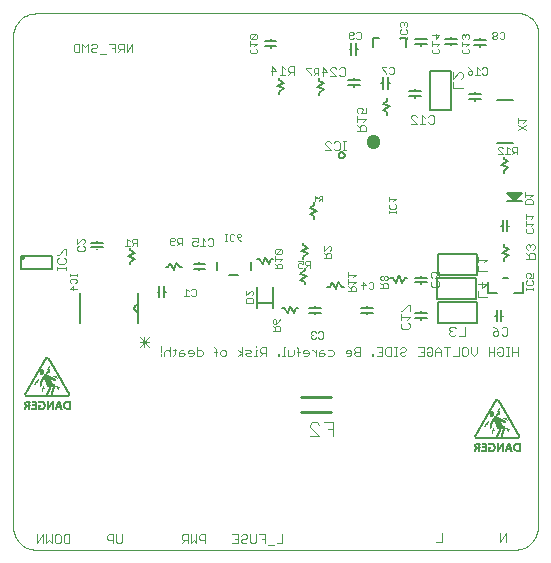
<source format=gbo>
G75*
%MOIN*%
%OFA0B0*%
%FSLAX24Y24*%
%IPPOS*%
%LPD*%
%AMOC8*
5,1,8,0,0,1.08239X$1,22.5*
%
%ADD10C,0.0000*%
%ADD11C,0.0030*%
%ADD12C,0.0050*%
%ADD13C,0.0060*%
%ADD14C,0.0079*%
%ADD15C,0.0020*%
%ADD16C,0.0080*%
%ADD17C,0.0400*%
%ADD18C,0.0040*%
%ADD19C,0.0010*%
%ADD20C,0.0100*%
%ADD21R,0.0010X0.0005*%
%ADD22R,0.0120X0.0005*%
%ADD23R,0.0055X0.0005*%
%ADD24R,0.0045X0.0005*%
%ADD25R,0.0050X0.0005*%
%ADD26R,0.0080X0.0005*%
%ADD27R,0.0165X0.0005*%
%ADD28R,0.0140X0.0005*%
%ADD29R,0.0125X0.0005*%
%ADD30R,0.0175X0.0005*%
%ADD31R,0.0155X0.0005*%
%ADD32R,0.0060X0.0005*%
%ADD33R,0.0160X0.0005*%
%ADD34R,0.0170X0.0005*%
%ADD35R,0.0065X0.0005*%
%ADD36R,0.0185X0.0005*%
%ADD37R,0.0180X0.0005*%
%ADD38R,0.0070X0.0005*%
%ADD39R,0.0190X0.0005*%
%ADD40R,0.0195X0.0005*%
%ADD41R,0.0075X0.0005*%
%ADD42R,0.0200X0.0005*%
%ADD43R,0.0090X0.0005*%
%ADD44R,0.0100X0.0005*%
%ADD45R,0.0085X0.0005*%
%ADD46R,0.0095X0.0005*%
%ADD47R,0.0150X0.0005*%
%ADD48R,0.0145X0.0005*%
%ADD49R,0.0030X0.0005*%
%ADD50R,0.0105X0.0005*%
%ADD51R,0.0130X0.0005*%
%ADD52R,0.1370X0.0005*%
%ADD53R,0.1400X0.0005*%
%ADD54R,0.1415X0.0005*%
%ADD55R,0.1435X0.0005*%
%ADD56R,0.1445X0.0005*%
%ADD57R,0.1455X0.0005*%
%ADD58R,0.1460X0.0005*%
%ADD59R,0.0005X0.0005*%
%ADD60R,0.0040X0.0005*%
%ADD61R,0.0035X0.0005*%
%ADD62R,0.0015X0.0005*%
%ADD63R,0.0020X0.0005*%
%ADD64R,0.0025X0.0005*%
%ADD65R,0.0110X0.0005*%
%ADD66R,0.0115X0.0005*%
%ADD67R,0.0235X0.0005*%
%ADD68R,0.0230X0.0005*%
%ADD69R,0.0225X0.0005*%
%ADD70R,0.0220X0.0005*%
%ADD71R,0.0300X0.0005*%
%ADD72R,0.0290X0.0005*%
%ADD73R,0.0280X0.0005*%
%ADD74R,0.0270X0.0005*%
%ADD75R,0.0135X0.0005*%
%ADD76R,0.0260X0.0005*%
%ADD77R,0.0390X0.0005*%
%ADD78R,0.0370X0.0005*%
%ADD79R,0.0355X0.0005*%
%ADD80R,0.0350X0.0005*%
%ADD81R,0.0335X0.0005*%
%ADD82R,0.0325X0.0005*%
D10*
X003485Y000850D02*
X003485Y017220D01*
X003487Y017274D01*
X003493Y017327D01*
X003502Y017379D01*
X003515Y017431D01*
X003532Y017482D01*
X003553Y017532D01*
X003577Y017579D01*
X003604Y017625D01*
X003635Y017669D01*
X003668Y017711D01*
X003705Y017750D01*
X003744Y017787D01*
X003786Y017820D01*
X003830Y017851D01*
X003876Y017878D01*
X003923Y017902D01*
X003973Y017923D01*
X004024Y017940D01*
X004076Y017953D01*
X004128Y017962D01*
X004181Y017968D01*
X004235Y017970D01*
X020227Y017970D01*
X020276Y017976D01*
X020325Y017978D01*
X020374Y017976D01*
X020423Y017971D01*
X020471Y017962D01*
X020519Y017949D01*
X020566Y017933D01*
X020611Y017914D01*
X020654Y017891D01*
X020696Y017865D01*
X020736Y017836D01*
X020773Y017804D01*
X020808Y017769D01*
X020840Y017732D01*
X020870Y017692D01*
X020896Y017651D01*
X020919Y017607D01*
X020939Y017562D01*
X020955Y017516D01*
X020968Y017468D01*
X020977Y017420D01*
X020977Y000850D01*
X020975Y000796D01*
X020969Y000743D01*
X020960Y000691D01*
X020947Y000639D01*
X020930Y000588D01*
X020909Y000538D01*
X020885Y000491D01*
X020858Y000445D01*
X020827Y000401D01*
X020794Y000359D01*
X020757Y000320D01*
X020718Y000283D01*
X020676Y000250D01*
X020632Y000219D01*
X020586Y000192D01*
X020539Y000168D01*
X020489Y000147D01*
X020438Y000130D01*
X020386Y000117D01*
X020334Y000108D01*
X020281Y000102D01*
X020227Y000100D01*
X004235Y000100D01*
X004181Y000102D01*
X004128Y000108D01*
X004076Y000117D01*
X004024Y000130D01*
X003973Y000147D01*
X003923Y000168D01*
X003876Y000192D01*
X003830Y000219D01*
X003786Y000250D01*
X003744Y000283D01*
X003705Y000320D01*
X003668Y000359D01*
X003635Y000401D01*
X003604Y000445D01*
X003577Y000491D01*
X003553Y000538D01*
X003532Y000588D01*
X003515Y000639D01*
X003502Y000691D01*
X003493Y000743D01*
X003487Y000796D01*
X003485Y000850D01*
D11*
X004282Y000605D02*
X004282Y000315D01*
X004476Y000605D01*
X004476Y000315D01*
X004577Y000315D02*
X004577Y000605D01*
X004771Y000605D02*
X004771Y000315D01*
X004674Y000412D01*
X004577Y000315D01*
X004872Y000363D02*
X004872Y000557D01*
X004920Y000605D01*
X005017Y000605D01*
X005065Y000557D01*
X005065Y000363D01*
X005017Y000315D01*
X004920Y000315D01*
X004872Y000363D01*
X005166Y000363D02*
X005166Y000557D01*
X005215Y000605D01*
X005360Y000605D01*
X005360Y000315D01*
X005215Y000315D01*
X005166Y000363D01*
X006622Y000460D02*
X006670Y000412D01*
X006815Y000412D01*
X006815Y000315D02*
X006815Y000605D01*
X006670Y000605D01*
X006622Y000557D01*
X006622Y000460D01*
X006916Y000363D02*
X006916Y000605D01*
X007110Y000605D02*
X007110Y000363D01*
X007061Y000315D01*
X006965Y000315D01*
X006916Y000363D01*
X009107Y000315D02*
X009204Y000412D01*
X009155Y000412D02*
X009301Y000412D01*
X009301Y000315D02*
X009301Y000605D01*
X009155Y000605D01*
X009107Y000557D01*
X009107Y000460D01*
X009155Y000412D01*
X009402Y000315D02*
X009402Y000605D01*
X009595Y000605D02*
X009595Y000315D01*
X009498Y000412D01*
X009402Y000315D01*
X009696Y000460D02*
X009745Y000412D01*
X009890Y000412D01*
X009890Y000315D02*
X009890Y000605D01*
X009745Y000605D01*
X009696Y000557D01*
X009696Y000460D01*
X010793Y000315D02*
X010987Y000315D01*
X010987Y000605D01*
X010793Y000605D01*
X010890Y000460D02*
X010987Y000460D01*
X011088Y000412D02*
X011088Y000363D01*
X011136Y000315D01*
X011233Y000315D01*
X011281Y000363D01*
X011382Y000363D02*
X011382Y000605D01*
X011281Y000557D02*
X011281Y000508D01*
X011233Y000460D01*
X011136Y000460D01*
X011088Y000412D01*
X011088Y000557D02*
X011136Y000605D01*
X011233Y000605D01*
X011281Y000557D01*
X011382Y000363D02*
X011431Y000315D01*
X011528Y000315D01*
X011576Y000363D01*
X011576Y000605D01*
X011677Y000605D02*
X011871Y000605D01*
X011871Y000315D01*
X011972Y000267D02*
X012165Y000267D01*
X012266Y000315D02*
X012460Y000315D01*
X012460Y000605D01*
X011871Y000460D02*
X011774Y000460D01*
X017576Y000365D02*
X017770Y000365D01*
X017770Y000655D01*
X019726Y000655D02*
X019726Y000365D01*
X019920Y000655D01*
X019920Y000365D01*
X020015Y006555D02*
X019918Y006555D01*
X019967Y006555D02*
X019967Y006845D01*
X020015Y006845D02*
X019918Y006845D01*
X019819Y006797D02*
X019819Y006603D01*
X019770Y006555D01*
X019674Y006555D01*
X019625Y006603D01*
X019625Y006700D01*
X019722Y006700D01*
X019625Y006797D02*
X019674Y006845D01*
X019770Y006845D01*
X019819Y006797D01*
X020116Y006845D02*
X020116Y006555D01*
X020116Y006700D02*
X020310Y006700D01*
X020310Y006555D02*
X020310Y006845D01*
X019911Y007230D02*
X019814Y007230D01*
X019766Y007278D01*
X019664Y007278D02*
X019616Y007230D01*
X019519Y007230D01*
X019471Y007278D01*
X019471Y007327D01*
X019519Y007375D01*
X019664Y007375D01*
X019664Y007278D01*
X019664Y007375D02*
X019568Y007472D01*
X019471Y007520D01*
X019766Y007472D02*
X019814Y007520D01*
X019911Y007520D01*
X019959Y007472D01*
X019959Y007278D01*
X019911Y007230D01*
X019524Y006845D02*
X019524Y006555D01*
X019524Y006700D02*
X019331Y006700D01*
X019331Y006845D02*
X019331Y006555D01*
X018935Y006652D02*
X018935Y006845D01*
X018935Y006652D02*
X018838Y006555D01*
X018741Y006652D01*
X018741Y006845D01*
X018640Y006797D02*
X018640Y006603D01*
X018592Y006555D01*
X018495Y006555D01*
X018447Y006603D01*
X018447Y006797D01*
X018495Y006845D01*
X018592Y006845D01*
X018640Y006797D01*
X018345Y006845D02*
X018345Y006555D01*
X018152Y006555D01*
X017954Y006555D02*
X017954Y006845D01*
X018051Y006845D02*
X017857Y006845D01*
X017756Y006748D02*
X017659Y006845D01*
X017563Y006748D01*
X017563Y006555D01*
X017462Y006603D02*
X017413Y006555D01*
X017316Y006555D01*
X017268Y006603D01*
X017268Y006700D01*
X017365Y006700D01*
X017462Y006797D02*
X017462Y006603D01*
X017563Y006700D02*
X017756Y006700D01*
X017756Y006748D02*
X017756Y006555D01*
X017462Y006797D02*
X017413Y006845D01*
X017316Y006845D01*
X017268Y006797D01*
X017167Y006845D02*
X017167Y006555D01*
X016973Y006555D01*
X017070Y006700D02*
X017167Y006700D01*
X017167Y006845D02*
X016973Y006845D01*
X016578Y006797D02*
X016578Y006748D01*
X016529Y006700D01*
X016432Y006700D01*
X016384Y006652D01*
X016384Y006603D01*
X016432Y006555D01*
X016529Y006555D01*
X016578Y006603D01*
X016578Y006797D02*
X016529Y006845D01*
X016432Y006845D01*
X016384Y006797D01*
X016283Y006845D02*
X016186Y006845D01*
X016235Y006845D02*
X016235Y006555D01*
X016283Y006555D02*
X016186Y006555D01*
X016086Y006555D02*
X015941Y006555D01*
X015893Y006603D01*
X015893Y006797D01*
X015941Y006845D01*
X016086Y006845D01*
X016086Y006555D01*
X015792Y006555D02*
X015598Y006555D01*
X015497Y006555D02*
X015449Y006555D01*
X015449Y006603D01*
X015497Y006603D01*
X015497Y006555D01*
X015695Y006700D02*
X015792Y006700D01*
X015792Y006845D02*
X015792Y006555D01*
X015792Y006845D02*
X015598Y006845D01*
X015055Y006845D02*
X015055Y006555D01*
X014910Y006555D01*
X014862Y006603D01*
X014862Y006652D01*
X014910Y006700D01*
X015055Y006700D01*
X014910Y006700D02*
X014862Y006748D01*
X014862Y006797D01*
X014910Y006845D01*
X015055Y006845D01*
X014761Y006700D02*
X014761Y006603D01*
X014712Y006555D01*
X014615Y006555D01*
X014567Y006652D02*
X014761Y006652D01*
X014761Y006700D02*
X014712Y006748D01*
X014615Y006748D01*
X014567Y006700D01*
X014567Y006652D01*
X014171Y006700D02*
X014171Y006603D01*
X014123Y006555D01*
X013978Y006555D01*
X013877Y006603D02*
X013828Y006652D01*
X013683Y006652D01*
X013683Y006700D02*
X013683Y006555D01*
X013828Y006555D01*
X013877Y006603D01*
X013828Y006748D02*
X013731Y006748D01*
X013683Y006700D01*
X013582Y006652D02*
X013485Y006748D01*
X013437Y006748D01*
X013336Y006700D02*
X013288Y006748D01*
X013191Y006748D01*
X013143Y006700D01*
X013143Y006652D01*
X013336Y006652D01*
X013336Y006700D02*
X013336Y006603D01*
X013288Y006555D01*
X013191Y006555D01*
X012993Y006555D02*
X012993Y006797D01*
X012945Y006845D01*
X012845Y006748D02*
X012845Y006603D01*
X012797Y006555D01*
X012652Y006555D01*
X012652Y006748D01*
X012551Y006845D02*
X012502Y006845D01*
X012502Y006555D01*
X012454Y006555D02*
X012551Y006555D01*
X012354Y006555D02*
X012306Y006555D01*
X012306Y006603D01*
X012354Y006603D01*
X012354Y006555D01*
X011912Y006555D02*
X011912Y006845D01*
X011767Y006845D01*
X011719Y006797D01*
X011719Y006700D01*
X011767Y006652D01*
X011912Y006652D01*
X011816Y006652D02*
X011719Y006555D01*
X011618Y006555D02*
X011521Y006555D01*
X011569Y006555D02*
X011569Y006748D01*
X011618Y006748D01*
X011569Y006845D02*
X011569Y006894D01*
X011421Y006700D02*
X011373Y006652D01*
X011276Y006652D01*
X011228Y006603D01*
X011276Y006555D01*
X011421Y006555D01*
X011421Y006700D02*
X011373Y006748D01*
X011228Y006748D01*
X011127Y006652D02*
X010981Y006555D01*
X011127Y006555D02*
X011127Y006845D01*
X010981Y006748D02*
X011127Y006652D01*
X010586Y006700D02*
X010586Y006603D01*
X010538Y006555D01*
X010441Y006555D01*
X010393Y006603D01*
X010393Y006700D01*
X010441Y006748D01*
X010538Y006748D01*
X010586Y006700D01*
X010292Y006700D02*
X010195Y006700D01*
X010243Y006797D02*
X010195Y006845D01*
X010243Y006797D02*
X010243Y006555D01*
X009801Y006603D02*
X009801Y006700D01*
X009752Y006748D01*
X009607Y006748D01*
X009607Y006845D02*
X009607Y006555D01*
X009752Y006555D01*
X009801Y006603D01*
X009506Y006603D02*
X009506Y006700D01*
X009458Y006748D01*
X009361Y006748D01*
X009312Y006700D01*
X009312Y006652D01*
X009506Y006652D01*
X009506Y006603D02*
X009458Y006555D01*
X009361Y006555D01*
X009211Y006603D02*
X009163Y006652D01*
X009018Y006652D01*
X009018Y006700D02*
X009018Y006555D01*
X009163Y006555D01*
X009211Y006603D01*
X009163Y006748D02*
X009066Y006748D01*
X009018Y006700D01*
X008917Y006748D02*
X008820Y006748D01*
X008868Y006797D02*
X008868Y006603D01*
X008820Y006555D01*
X008720Y006555D02*
X008720Y006845D01*
X008672Y006748D02*
X008575Y006748D01*
X008527Y006700D01*
X008527Y006555D01*
X008426Y006555D02*
X008426Y006603D01*
X008426Y006700D02*
X008426Y006894D01*
X008672Y006748D02*
X008720Y006700D01*
X008012Y006865D02*
X007698Y007179D01*
X007855Y007179D02*
X007855Y006865D01*
X007698Y006865D02*
X008012Y007179D01*
X008012Y007022D02*
X007698Y007022D01*
X005600Y008781D02*
X005370Y008781D01*
X005485Y008896D01*
X005485Y008743D01*
X005561Y008982D02*
X005600Y009020D01*
X005600Y009097D01*
X005561Y009135D01*
X005408Y009135D01*
X005370Y009097D01*
X005370Y009020D01*
X005408Y008982D01*
X005370Y009218D02*
X005370Y009295D01*
X005370Y009257D02*
X005600Y009257D01*
X005600Y009295D02*
X005600Y009218D01*
X005242Y009433D02*
X005242Y009530D01*
X005242Y009482D02*
X004951Y009482D01*
X004951Y009530D02*
X004951Y009433D01*
X005000Y009630D02*
X004951Y009678D01*
X004951Y009775D01*
X005000Y009823D01*
X005000Y009924D02*
X004951Y009924D01*
X005000Y009924D02*
X005193Y010118D01*
X005242Y010118D01*
X005242Y009924D01*
X005193Y009823D02*
X005242Y009775D01*
X005242Y009678D01*
X005193Y009630D01*
X005000Y009630D01*
X010540Y010395D02*
X010617Y010395D01*
X010578Y010395D02*
X010578Y010625D01*
X010540Y010625D02*
X010617Y010625D01*
X010699Y010587D02*
X010738Y010625D01*
X010815Y010625D01*
X010853Y010587D01*
X010939Y010587D02*
X010977Y010625D01*
X011054Y010625D01*
X011092Y010587D01*
X011092Y010548D01*
X011054Y010510D01*
X010939Y010510D01*
X010939Y010587D01*
X010939Y010510D02*
X011016Y010433D01*
X011092Y010395D01*
X010853Y010433D02*
X010815Y010395D01*
X010738Y010395D01*
X010699Y010433D01*
X010699Y010587D01*
X013885Y013415D02*
X014079Y013415D01*
X013885Y013608D01*
X013885Y013657D01*
X013934Y013705D01*
X014030Y013705D01*
X014079Y013657D01*
X014180Y013657D02*
X014228Y013705D01*
X014325Y013705D01*
X014373Y013657D01*
X014373Y013463D01*
X014325Y013415D01*
X014228Y013415D01*
X014180Y013463D01*
X014473Y013415D02*
X014570Y013415D01*
X014521Y013415D02*
X014521Y013705D01*
X014473Y013705D02*
X014570Y013705D01*
X014945Y014051D02*
X015235Y014051D01*
X015235Y014196D01*
X015187Y014245D01*
X015090Y014245D01*
X015042Y014196D01*
X015042Y014051D01*
X015042Y014148D02*
X014945Y014245D01*
X014945Y014346D02*
X014945Y014539D01*
X014945Y014442D02*
X015235Y014442D01*
X015138Y014346D01*
X015090Y014640D02*
X015138Y014737D01*
X015138Y014785D01*
X015090Y014834D01*
X014993Y014834D01*
X014945Y014785D01*
X014945Y014689D01*
X014993Y014640D01*
X015090Y014640D02*
X015235Y014640D01*
X015235Y014834D01*
X014501Y015880D02*
X014405Y015880D01*
X014356Y015928D01*
X014255Y015880D02*
X014062Y016073D01*
X014062Y016122D01*
X014110Y016170D01*
X014207Y016170D01*
X014255Y016122D01*
X014356Y016122D02*
X014405Y016170D01*
X014501Y016170D01*
X014550Y016122D01*
X014550Y015928D01*
X014501Y015880D01*
X014255Y015880D02*
X014062Y015880D01*
X013961Y016025D02*
X013767Y016025D01*
X013815Y015880D02*
X013815Y016170D01*
X013961Y016025D01*
X012854Y016017D02*
X012709Y016017D01*
X012660Y016065D01*
X012660Y016162D01*
X012709Y016210D01*
X012854Y016210D01*
X012854Y015920D01*
X012757Y016017D02*
X012660Y015920D01*
X012559Y015920D02*
X012366Y015920D01*
X012462Y015920D02*
X012462Y016210D01*
X012559Y016113D01*
X012264Y016065D02*
X012071Y016065D01*
X012119Y015920D02*
X012119Y016210D01*
X012264Y016065D01*
X016737Y014532D02*
X016785Y014580D01*
X016882Y014580D01*
X016931Y014532D01*
X016737Y014532D02*
X016737Y014483D01*
X016931Y014290D01*
X016737Y014290D01*
X017032Y014290D02*
X017225Y014290D01*
X017128Y014290D02*
X017128Y014580D01*
X017225Y014483D01*
X017326Y014532D02*
X017375Y014580D01*
X017471Y014580D01*
X017520Y014532D01*
X017520Y014338D01*
X017471Y014290D01*
X017375Y014290D01*
X017326Y014338D01*
X020633Y010283D02*
X020585Y010235D01*
X020585Y010138D01*
X020633Y010090D01*
X020585Y009988D02*
X020682Y009892D01*
X020682Y009940D02*
X020682Y009795D01*
X020585Y009795D02*
X020875Y009795D01*
X020875Y009940D01*
X020827Y009988D01*
X020730Y009988D01*
X020682Y009940D01*
X020827Y010090D02*
X020875Y010138D01*
X020875Y010235D01*
X020827Y010283D01*
X020778Y010283D01*
X020730Y010235D01*
X020682Y010283D01*
X020633Y010283D01*
X020730Y010235D02*
X020730Y010186D01*
X020695Y009309D02*
X020618Y009309D01*
X020580Y009271D01*
X020580Y009194D01*
X020618Y009156D01*
X020695Y009156D02*
X020733Y009232D01*
X020733Y009271D01*
X020695Y009309D01*
X020810Y009309D02*
X020810Y009156D01*
X020695Y009156D01*
X020772Y009070D02*
X020810Y009031D01*
X020810Y008955D01*
X020772Y008916D01*
X020618Y008916D01*
X020580Y008955D01*
X020580Y009031D01*
X020618Y009070D01*
X020580Y008833D02*
X020580Y008757D01*
X020580Y008795D02*
X020810Y008795D01*
X020810Y008757D02*
X020810Y008833D01*
X017695Y008912D02*
X017647Y008864D01*
X017453Y008864D01*
X017405Y008912D01*
X017405Y009009D01*
X017453Y009057D01*
X017453Y009158D02*
X017405Y009207D01*
X017405Y009303D01*
X017453Y009352D01*
X017550Y009352D01*
X017598Y009303D01*
X017598Y009255D01*
X017550Y009158D01*
X017695Y009158D01*
X017695Y009352D01*
X017647Y009057D02*
X017695Y009009D01*
X017695Y008912D01*
X016705Y008248D02*
X016705Y008054D01*
X016705Y008248D02*
X016657Y008248D01*
X016463Y008054D01*
X016415Y008054D01*
X016415Y007953D02*
X016415Y007760D01*
X016415Y007856D02*
X016705Y007856D01*
X016608Y007760D01*
X016657Y007658D02*
X016705Y007610D01*
X016705Y007513D01*
X016657Y007465D01*
X016463Y007465D01*
X016415Y007513D01*
X016415Y007610D01*
X016463Y007658D01*
X014171Y006700D02*
X014123Y006748D01*
X013978Y006748D01*
X013582Y006748D02*
X013582Y006555D01*
X013042Y006700D02*
X012945Y006700D01*
X006575Y016626D02*
X006382Y016626D01*
X006281Y016723D02*
X006232Y016675D01*
X006136Y016675D01*
X006087Y016723D01*
X006087Y016772D01*
X006136Y016820D01*
X006232Y016820D01*
X006281Y016868D01*
X006281Y016917D01*
X006232Y016965D01*
X006136Y016965D01*
X006087Y016917D01*
X005986Y016965D02*
X005889Y016868D01*
X005793Y016965D01*
X005793Y016675D01*
X005691Y016675D02*
X005546Y016675D01*
X005498Y016723D01*
X005498Y016917D01*
X005546Y016965D01*
X005691Y016965D01*
X005691Y016675D01*
X005986Y016675D02*
X005986Y016965D01*
X006677Y016965D02*
X006870Y016965D01*
X006870Y016675D01*
X006971Y016675D02*
X007068Y016772D01*
X007020Y016772D02*
X007165Y016772D01*
X007165Y016675D02*
X007165Y016965D01*
X007020Y016965D01*
X006971Y016917D01*
X006971Y016820D01*
X007020Y016772D01*
X006870Y016820D02*
X006773Y016820D01*
X007266Y016675D02*
X007266Y016965D01*
X007459Y016965D02*
X007266Y016675D01*
X007459Y016675D02*
X007459Y016965D01*
D12*
X014335Y013250D02*
X014337Y013270D01*
X014343Y013288D01*
X014352Y013306D01*
X014364Y013321D01*
X014379Y013333D01*
X014397Y013342D01*
X014415Y013348D01*
X014435Y013350D01*
X014455Y013348D01*
X014473Y013342D01*
X014491Y013333D01*
X014506Y013321D01*
X014518Y013306D01*
X014527Y013288D01*
X014533Y013270D01*
X014535Y013250D01*
X014533Y013230D01*
X014527Y013212D01*
X014518Y013194D01*
X014506Y013179D01*
X014491Y013167D01*
X014473Y013158D01*
X014455Y013152D01*
X014435Y013150D01*
X014415Y013152D01*
X014397Y013158D01*
X014379Y013167D01*
X014364Y013179D01*
X014352Y013194D01*
X014343Y013212D01*
X014337Y013230D01*
X014335Y013250D01*
X017385Y014750D02*
X017385Y016050D01*
X018085Y016050D01*
X018085Y014750D01*
X017385Y014750D01*
X017635Y009950D02*
X018935Y009950D01*
X018935Y009250D01*
X017635Y009250D01*
X017635Y009950D01*
X017629Y009156D02*
X017629Y008456D01*
X018929Y008456D01*
X018929Y009156D01*
X017629Y009156D01*
X017635Y008350D02*
X018935Y008350D01*
X018935Y007650D01*
X017635Y007650D01*
X017635Y008350D01*
X019330Y008660D02*
X019330Y009010D01*
X019330Y008660D02*
X019630Y008660D01*
X020180Y008660D02*
X020480Y008660D01*
X020480Y009010D01*
X019980Y009160D02*
X019830Y009160D01*
X014085Y004700D02*
X013585Y004700D01*
X013585Y005200D02*
X013085Y005200D01*
X004767Y009465D02*
X004767Y009875D01*
X003743Y009875D01*
X003743Y009465D01*
X004767Y009465D01*
X003782Y009827D02*
X003784Y009836D01*
X003789Y009845D01*
X003796Y009850D01*
X003806Y009853D01*
X003815Y009852D01*
X003824Y009848D01*
X003830Y009841D01*
X003834Y009832D01*
X003834Y009822D01*
X003830Y009813D01*
X003824Y009806D01*
X003815Y009802D01*
X003806Y009801D01*
X003796Y009804D01*
X003789Y009809D01*
X003784Y009818D01*
X003782Y009827D01*
D13*
X005725Y008650D02*
X005725Y007650D01*
X007645Y007650D02*
X007645Y008030D01*
X007645Y008270D01*
X007645Y008650D01*
X007645Y008270D02*
X007624Y008268D01*
X007604Y008263D01*
X007585Y008254D01*
X007568Y008242D01*
X007553Y008227D01*
X007541Y008210D01*
X007532Y008191D01*
X007527Y008171D01*
X007525Y008150D01*
X007527Y008129D01*
X007532Y008109D01*
X007541Y008090D01*
X007553Y008073D01*
X007568Y008058D01*
X007585Y008046D01*
X007604Y008037D01*
X007624Y008032D01*
X007645Y008030D01*
X010265Y009410D02*
X010265Y009690D01*
X010695Y009240D02*
X010975Y009240D01*
X011405Y009410D02*
X011405Y009690D01*
X015475Y016840D02*
X015475Y017160D01*
X015695Y017160D01*
X016375Y017160D02*
X016595Y017160D01*
X016595Y016840D01*
D14*
X016888Y016951D02*
X017282Y016951D01*
X017282Y017109D02*
X016888Y017109D01*
X017085Y017148D02*
X017085Y017167D01*
X017085Y016912D02*
X017085Y016893D01*
X017878Y016961D02*
X018272Y016961D01*
X018272Y017119D02*
X017878Y017119D01*
X018075Y017158D02*
X018075Y017177D01*
X018075Y016922D02*
X018075Y016903D01*
X018838Y016921D02*
X019232Y016921D01*
X019232Y017079D02*
X018838Y017079D01*
X019035Y017118D02*
X019035Y017137D01*
X019035Y016882D02*
X019035Y016863D01*
X018885Y015337D02*
X018885Y015318D01*
X019082Y015279D02*
X018688Y015279D01*
X018688Y015121D02*
X019082Y015121D01*
X018885Y015082D02*
X018885Y015063D01*
X017082Y015221D02*
X016688Y015221D01*
X016688Y015379D02*
X017082Y015379D01*
X016885Y015418D02*
X016885Y015437D01*
X016885Y015182D02*
X016885Y015163D01*
X016043Y014870D02*
X015807Y014752D01*
X015964Y014673D01*
X015964Y014594D01*
X016043Y014870D02*
X015807Y014949D01*
X015964Y015067D01*
X015964Y015146D01*
X015974Y015463D02*
X015974Y015857D01*
X015816Y015857D02*
X015816Y015463D01*
X015777Y015660D02*
X015758Y015660D01*
X016013Y015660D02*
X016032Y015660D01*
X015052Y015591D02*
X014658Y015591D01*
X014658Y015749D02*
X015052Y015749D01*
X014855Y015788D02*
X014855Y015807D01*
X014855Y015552D02*
X014855Y015533D01*
X013843Y015451D02*
X013685Y015333D01*
X013685Y015254D01*
X013843Y015451D02*
X013607Y015530D01*
X013843Y015648D01*
X013685Y015727D01*
X013685Y015806D01*
X014756Y016583D02*
X014756Y016977D01*
X014914Y016977D02*
X014914Y016583D01*
X014953Y016780D02*
X014972Y016780D01*
X014717Y016780D02*
X014698Y016780D01*
X012503Y015668D02*
X012345Y015747D01*
X012345Y015826D01*
X012503Y015668D02*
X012267Y015550D01*
X012503Y015471D01*
X012345Y015353D01*
X012345Y015274D01*
X012065Y016833D02*
X012065Y016852D01*
X011868Y016891D02*
X012262Y016891D01*
X012262Y017049D02*
X011868Y017049D01*
X012065Y017088D02*
X012065Y017107D01*
X013524Y011676D02*
X013524Y011597D01*
X013367Y011479D01*
X013603Y011400D01*
X013367Y011282D01*
X013524Y011203D01*
X013524Y011124D01*
X013145Y010326D02*
X013145Y010247D01*
X013303Y010168D01*
X013067Y010050D01*
X013303Y009971D01*
X013145Y009853D01*
X013145Y009774D01*
X013204Y009496D02*
X013204Y009417D01*
X013047Y009299D01*
X013283Y009220D01*
X013047Y009102D01*
X013204Y009023D01*
X013204Y008944D01*
X013959Y008861D02*
X014038Y008861D01*
X014117Y009018D01*
X014235Y008782D01*
X014314Y009018D01*
X014432Y008861D01*
X014510Y008861D01*
X015088Y008159D02*
X015482Y008159D01*
X015482Y008001D02*
X015088Y008001D01*
X015285Y007962D02*
X015285Y007943D01*
X015285Y008198D02*
X015285Y008217D01*
X016256Y009002D02*
X016335Y009238D01*
X016453Y009002D01*
X016532Y009159D01*
X016610Y009159D01*
X016888Y009167D02*
X017282Y009167D01*
X017282Y009010D02*
X016888Y009010D01*
X017085Y008970D02*
X017085Y008952D01*
X017085Y009207D02*
X017085Y009225D01*
X016256Y009002D02*
X016138Y009159D01*
X016059Y009159D01*
X016888Y007979D02*
X017282Y007979D01*
X017282Y007821D02*
X016888Y007821D01*
X017085Y007782D02*
X017085Y007763D01*
X017085Y008018D02*
X017085Y008037D01*
X019548Y007900D02*
X019567Y007900D01*
X019606Y007703D02*
X019606Y008097D01*
X019764Y008097D02*
X019764Y007703D01*
X019803Y007900D02*
X019822Y007900D01*
X019845Y009724D02*
X019845Y009803D01*
X020003Y009921D01*
X019767Y010000D01*
X020003Y010118D01*
X019845Y010197D01*
X019845Y010276D01*
X019806Y010703D02*
X019806Y011097D01*
X019964Y011097D02*
X019964Y010703D01*
X020003Y010900D02*
X020022Y010900D01*
X019767Y010900D02*
X019748Y010900D01*
X019959Y011713D02*
X020165Y011713D01*
X020431Y011997D01*
X019959Y011997D01*
X020205Y011732D01*
X020165Y011713D02*
X020451Y011713D01*
X020205Y011811D02*
X020047Y011997D01*
X020087Y011997D01*
X020205Y011929D01*
X020205Y011850D01*
X020205Y011811D02*
X020323Y011968D01*
X020323Y011997D02*
X020205Y011929D01*
X020087Y011997D02*
X020323Y011997D01*
X019835Y012644D02*
X019835Y012723D01*
X019993Y012841D01*
X019757Y012920D01*
X019993Y013038D01*
X019835Y013117D01*
X019835Y013196D01*
X013742Y008159D02*
X013348Y008159D01*
X013348Y008001D02*
X013742Y008001D01*
X013545Y007962D02*
X013545Y007943D01*
X013545Y008198D02*
X013545Y008217D01*
X012990Y008139D02*
X012912Y008139D01*
X012833Y007982D01*
X012715Y008218D01*
X012636Y007982D01*
X012518Y008139D01*
X012439Y008139D01*
X012003Y009632D02*
X012082Y009789D01*
X012160Y009789D01*
X012003Y009632D02*
X011885Y009868D01*
X011806Y009632D01*
X011688Y009789D01*
X011609Y009789D01*
X009892Y009619D02*
X009498Y009619D01*
X009498Y009461D02*
X009892Y009461D01*
X009695Y009422D02*
X009695Y009403D01*
X009695Y009658D02*
X009695Y009677D01*
X009120Y009511D02*
X009042Y009511D01*
X008924Y009668D01*
X008845Y009432D01*
X008727Y009668D01*
X008648Y009511D01*
X008569Y009511D01*
X008514Y008897D02*
X008514Y008503D01*
X008356Y008503D02*
X008356Y008897D01*
X008317Y008700D02*
X008298Y008700D01*
X008553Y008700D02*
X008572Y008700D01*
X007395Y009604D02*
X007395Y009683D01*
X007553Y009801D01*
X007317Y009880D01*
X007553Y009998D01*
X007395Y010077D01*
X007395Y010156D01*
X006482Y010171D02*
X006088Y010171D01*
X006088Y010329D02*
X006482Y010329D01*
X006285Y010368D02*
X006285Y010387D01*
X006285Y010132D02*
X006285Y010113D01*
D15*
X005870Y010101D02*
X005830Y010061D01*
X005670Y010061D01*
X005630Y010101D01*
X005630Y010181D01*
X005670Y010221D01*
X005630Y010301D02*
X005630Y010461D01*
X005630Y010301D02*
X005790Y010461D01*
X005830Y010461D01*
X005870Y010421D01*
X005870Y010341D01*
X005830Y010301D01*
X005830Y010221D02*
X005870Y010181D01*
X005870Y010101D01*
X007205Y010225D02*
X007365Y010225D01*
X007285Y010225D02*
X007285Y010465D01*
X007365Y010385D01*
X007445Y010345D02*
X007485Y010305D01*
X007605Y010305D01*
X007605Y010225D02*
X007605Y010465D01*
X007485Y010465D01*
X007445Y010425D01*
X007445Y010345D01*
X007525Y010305D02*
X007445Y010225D01*
X008714Y010295D02*
X008714Y010455D01*
X008754Y010495D01*
X008834Y010495D01*
X008874Y010455D01*
X008874Y010415D01*
X008834Y010375D01*
X008714Y010375D01*
X008714Y010295D02*
X008754Y010255D01*
X008834Y010255D01*
X008874Y010295D01*
X008954Y010255D02*
X009034Y010335D01*
X008994Y010335D02*
X009114Y010335D01*
X009114Y010255D02*
X009114Y010495D01*
X008994Y010495D01*
X008954Y010455D01*
X008954Y010375D01*
X008994Y010335D01*
X009459Y010345D02*
X009459Y010258D01*
X009503Y010215D01*
X009589Y010215D01*
X009633Y010258D01*
X009633Y010345D02*
X009546Y010388D01*
X009503Y010388D01*
X009459Y010345D01*
X009459Y010475D02*
X009633Y010475D01*
X009633Y010345D01*
X009717Y010215D02*
X009890Y010215D01*
X009804Y010215D02*
X009804Y010475D01*
X009890Y010388D01*
X009975Y010432D02*
X010018Y010475D01*
X010105Y010475D01*
X010148Y010432D01*
X010148Y010258D01*
X010105Y010215D01*
X010018Y010215D01*
X009975Y010258D01*
X009535Y008785D02*
X009575Y008745D01*
X009575Y008585D01*
X009535Y008545D01*
X009455Y008545D01*
X009415Y008585D01*
X009335Y008545D02*
X009175Y008545D01*
X009255Y008545D02*
X009255Y008785D01*
X009335Y008705D01*
X009415Y008745D02*
X009455Y008785D01*
X009535Y008785D01*
X011239Y008731D02*
X011239Y008571D01*
X011399Y008731D01*
X011439Y008731D01*
X011479Y008691D01*
X011479Y008611D01*
X011439Y008571D01*
X011439Y008491D02*
X011279Y008491D01*
X011239Y008451D01*
X011239Y008331D01*
X011479Y008331D01*
X011479Y008451D01*
X011439Y008491D01*
X012180Y007790D02*
X012220Y007790D01*
X012260Y007750D01*
X012260Y007629D01*
X012180Y007629D01*
X012140Y007669D01*
X012140Y007750D01*
X012180Y007790D01*
X012340Y007709D02*
X012260Y007629D01*
X012260Y007550D02*
X012220Y007510D01*
X012220Y007390D01*
X012220Y007470D02*
X012140Y007550D01*
X012260Y007550D02*
X012340Y007550D01*
X012380Y007510D01*
X012380Y007390D01*
X012140Y007390D01*
X012340Y007709D02*
X012380Y007790D01*
X013415Y007335D02*
X013415Y007295D01*
X013455Y007255D01*
X013415Y007215D01*
X013415Y007175D01*
X013455Y007135D01*
X013535Y007135D01*
X013575Y007175D01*
X013655Y007175D02*
X013695Y007135D01*
X013775Y007135D01*
X013815Y007175D01*
X013815Y007335D01*
X013775Y007375D01*
X013695Y007375D01*
X013655Y007335D01*
X013575Y007335D02*
X013535Y007375D01*
X013455Y007375D01*
X013415Y007335D01*
X013455Y007255D02*
X013495Y007255D01*
X014660Y008710D02*
X014900Y008710D01*
X014900Y008830D01*
X014860Y008870D01*
X014780Y008870D01*
X014740Y008830D01*
X014740Y008710D01*
X014740Y008790D02*
X014660Y008870D01*
X014660Y008949D02*
X014660Y009110D01*
X014660Y009189D02*
X014660Y009349D01*
X014660Y009269D02*
X014900Y009269D01*
X014820Y009189D01*
X014900Y009029D02*
X014660Y009029D01*
X014820Y008949D02*
X014900Y009029D01*
X015095Y008905D02*
X015255Y008905D01*
X015135Y009025D01*
X015135Y008785D01*
X015335Y008825D02*
X015375Y008785D01*
X015455Y008785D01*
X015495Y008825D01*
X015495Y008985D01*
X015455Y009025D01*
X015375Y009025D01*
X015335Y008985D01*
X015730Y008991D02*
X015810Y008911D01*
X015810Y008951D02*
X015810Y008831D01*
X015730Y008831D02*
X015970Y008831D01*
X015970Y008951D01*
X015930Y008991D01*
X015850Y008991D01*
X015810Y008951D01*
X015810Y009071D02*
X015850Y009111D01*
X015850Y009191D01*
X015810Y009231D01*
X015770Y009231D01*
X015730Y009191D01*
X015730Y009111D01*
X015770Y009071D01*
X015810Y009071D01*
X015850Y009111D02*
X015890Y009071D01*
X015930Y009071D01*
X015970Y009111D01*
X015970Y009191D01*
X015930Y009231D01*
X015890Y009231D01*
X015850Y009191D01*
X014090Y009830D02*
X014090Y009950D01*
X014050Y009990D01*
X013970Y009990D01*
X013930Y009950D01*
X013930Y009830D01*
X013930Y009910D02*
X013850Y009990D01*
X013850Y010069D02*
X014010Y010230D01*
X014050Y010230D01*
X014090Y010190D01*
X014090Y010109D01*
X014050Y010069D01*
X013850Y010069D02*
X013850Y010230D01*
X013850Y009830D02*
X014090Y009830D01*
X013384Y009735D02*
X013384Y009495D01*
X013384Y009575D02*
X013264Y009575D01*
X013224Y009615D01*
X013224Y009695D01*
X013264Y009735D01*
X013384Y009735D01*
X013304Y009575D02*
X013224Y009495D01*
X013144Y009535D02*
X013104Y009495D01*
X013024Y009495D01*
X012984Y009535D01*
X012984Y009615D01*
X013024Y009655D01*
X013064Y009655D01*
X013144Y009615D01*
X013144Y009735D01*
X012984Y009735D01*
X012450Y009791D02*
X012370Y009711D01*
X012410Y009632D02*
X012330Y009632D01*
X012290Y009592D01*
X012290Y009472D01*
X012290Y009552D02*
X012210Y009632D01*
X012210Y009711D02*
X012210Y009871D01*
X012210Y009791D02*
X012450Y009791D01*
X012410Y009632D02*
X012450Y009592D01*
X012450Y009472D01*
X012210Y009472D01*
X012250Y009951D02*
X012410Y010111D01*
X012250Y010111D01*
X012210Y010071D01*
X012210Y009991D01*
X012250Y009951D01*
X012410Y009951D01*
X012450Y009991D01*
X012450Y010071D01*
X012410Y010111D01*
X015999Y011307D02*
X015999Y011387D01*
X015999Y011347D02*
X016240Y011347D01*
X016240Y011307D02*
X016240Y011387D01*
X016200Y011467D02*
X016040Y011467D01*
X015999Y011507D01*
X015999Y011587D01*
X016040Y011627D01*
X015999Y011706D02*
X015999Y011866D01*
X015999Y011786D02*
X016240Y011786D01*
X016160Y011706D01*
X016200Y011627D02*
X016240Y011587D01*
X016240Y011507D01*
X016200Y011467D01*
X019644Y013285D02*
X019804Y013285D01*
X019644Y013445D01*
X019644Y013485D01*
X019684Y013525D01*
X019764Y013525D01*
X019804Y013485D01*
X019964Y013525D02*
X019964Y013285D01*
X020044Y013285D02*
X019884Y013285D01*
X020044Y013445D02*
X019964Y013525D01*
X020123Y013485D02*
X020123Y013405D01*
X020163Y013365D01*
X020283Y013365D01*
X020283Y013285D02*
X020283Y013525D01*
X020163Y013525D01*
X020123Y013485D01*
X020203Y013365D02*
X020123Y013285D01*
X020330Y014090D02*
X020570Y014250D01*
X020490Y014329D02*
X020570Y014409D01*
X020330Y014409D01*
X020330Y014329D02*
X020330Y014490D01*
X020330Y014250D02*
X020570Y014090D01*
X019235Y015935D02*
X019155Y015935D01*
X019115Y015975D01*
X019035Y015935D02*
X018875Y015935D01*
X018955Y015935D02*
X018955Y016175D01*
X019035Y016095D01*
X019115Y016135D02*
X019155Y016175D01*
X019235Y016175D01*
X019275Y016135D01*
X019275Y015975D01*
X019235Y015935D01*
X018796Y015975D02*
X018756Y015935D01*
X018676Y015935D01*
X018636Y015975D01*
X018636Y016015D01*
X018676Y016055D01*
X018796Y016055D01*
X018796Y015975D01*
X018796Y016055D02*
X018716Y016135D01*
X018636Y016175D01*
X018635Y016637D02*
X018475Y016637D01*
X018435Y016677D01*
X018435Y016757D01*
X018475Y016797D01*
X018435Y016876D02*
X018435Y017036D01*
X018435Y016956D02*
X018675Y016956D01*
X018595Y016876D01*
X018635Y016797D02*
X018675Y016757D01*
X018675Y016677D01*
X018635Y016637D01*
X018635Y017116D02*
X018675Y017156D01*
X018675Y017236D01*
X018635Y017276D01*
X018595Y017276D01*
X018555Y017236D01*
X018515Y017276D01*
X018475Y017276D01*
X018435Y017236D01*
X018435Y017156D01*
X018475Y017116D01*
X018555Y017196D02*
X018555Y017236D01*
X017690Y017241D02*
X017570Y017121D01*
X017570Y017281D01*
X017450Y017241D02*
X017690Y017241D01*
X017690Y016961D02*
X017450Y016961D01*
X017450Y016881D02*
X017450Y017041D01*
X017610Y016881D02*
X017690Y016961D01*
X017650Y016802D02*
X017690Y016762D01*
X017690Y016682D01*
X017650Y016642D01*
X017490Y016642D01*
X017450Y016682D01*
X017450Y016762D01*
X017490Y016802D01*
X016625Y017122D02*
X016625Y017202D01*
X016625Y017162D02*
X016385Y017162D01*
X016385Y017122D02*
X016385Y017202D01*
X016425Y017281D02*
X016385Y017321D01*
X016385Y017401D01*
X016425Y017441D01*
X016425Y017521D02*
X016385Y017561D01*
X016385Y017641D01*
X016425Y017681D01*
X016465Y017681D01*
X016505Y017641D01*
X016505Y017601D01*
X016505Y017641D02*
X016545Y017681D01*
X016585Y017681D01*
X016625Y017641D01*
X016625Y017561D01*
X016585Y017521D01*
X016585Y017441D02*
X016625Y017401D01*
X016625Y017321D01*
X016585Y017281D01*
X016425Y017281D01*
X016125Y016185D02*
X016165Y016145D01*
X016165Y015985D01*
X016125Y015945D01*
X016045Y015945D01*
X016005Y015985D01*
X015925Y015985D02*
X015925Y015945D01*
X015925Y015985D02*
X015765Y016145D01*
X015765Y016185D01*
X015925Y016185D01*
X016005Y016145D02*
X016045Y016185D01*
X016125Y016185D01*
X015075Y017165D02*
X015035Y017125D01*
X014955Y017125D01*
X014915Y017165D01*
X014835Y017165D02*
X014795Y017125D01*
X014715Y017125D01*
X014675Y017165D01*
X014675Y017325D01*
X014715Y017365D01*
X014795Y017365D01*
X014835Y017325D01*
X014835Y017285D01*
X014795Y017245D01*
X014675Y017245D01*
X014915Y017325D02*
X014955Y017365D01*
X015035Y017365D01*
X015075Y017325D01*
X015075Y017165D01*
X013664Y016145D02*
X013664Y015905D01*
X013664Y015985D02*
X013544Y015985D01*
X013504Y016025D01*
X013504Y016105D01*
X013544Y016145D01*
X013664Y016145D01*
X013584Y015985D02*
X013504Y015905D01*
X013424Y015905D02*
X013424Y015945D01*
X013264Y016105D01*
X013264Y016145D01*
X013424Y016145D01*
X011610Y016680D02*
X011570Y016640D01*
X011410Y016640D01*
X011370Y016680D01*
X011370Y016760D01*
X011410Y016800D01*
X011370Y016879D02*
X011370Y017040D01*
X011370Y016959D02*
X011610Y016959D01*
X011530Y016879D01*
X011570Y016800D02*
X011610Y016760D01*
X011610Y016680D01*
X011570Y017119D02*
X011410Y017119D01*
X011570Y017279D01*
X011410Y017279D01*
X011370Y017239D01*
X011370Y017159D01*
X011410Y017119D01*
X011570Y017119D02*
X011610Y017159D01*
X011610Y017239D01*
X011570Y017279D01*
X019464Y017275D02*
X019504Y017235D01*
X019584Y017235D01*
X019624Y017275D01*
X019624Y017315D01*
X019584Y017355D01*
X019504Y017355D01*
X019464Y017315D01*
X019464Y017275D01*
X019504Y017235D02*
X019464Y017195D01*
X019464Y017155D01*
X019504Y017115D01*
X019584Y017115D01*
X019624Y017155D01*
X019624Y017195D01*
X019584Y017235D01*
X019704Y017155D02*
X019744Y017115D01*
X019824Y017115D01*
X019864Y017155D01*
X019864Y017315D01*
X019824Y017355D01*
X019744Y017355D01*
X019704Y017315D01*
X020560Y012010D02*
X020560Y011849D01*
X020560Y011929D02*
X020800Y011929D01*
X020720Y011849D01*
X020760Y011770D02*
X020600Y011770D01*
X020560Y011730D01*
X020560Y011610D01*
X020800Y011610D01*
X020800Y011730D01*
X020760Y011770D01*
X020580Y011289D02*
X020580Y011129D01*
X020580Y011050D02*
X020580Y010889D01*
X020580Y010969D02*
X020820Y010969D01*
X020740Y010889D01*
X020780Y010810D02*
X020820Y010770D01*
X020820Y010690D01*
X020780Y010650D01*
X020620Y010650D01*
X020580Y010690D01*
X020580Y010770D01*
X020620Y010810D01*
X020740Y011129D02*
X020820Y011209D01*
X020580Y011209D01*
D16*
X020132Y013652D02*
X019620Y013652D01*
X019620Y015070D02*
X020132Y015070D01*
X012141Y008854D02*
X012141Y008303D01*
X011629Y008303D01*
X011629Y008854D01*
X011629Y008303D02*
X011629Y008146D01*
X012141Y008146D02*
X012141Y008303D01*
D17*
X015479Y013685D02*
X015481Y013693D01*
X015486Y013700D01*
X015493Y013704D01*
X015501Y013705D01*
X015509Y013702D01*
X015515Y013697D01*
X015519Y013689D01*
X015519Y013681D01*
X015515Y013673D01*
X015509Y013668D01*
X015501Y013665D01*
X015493Y013666D01*
X015486Y013670D01*
X015481Y013677D01*
X015479Y013685D01*
D18*
X018155Y015475D02*
X018155Y015682D01*
X018155Y015798D02*
X018362Y016005D01*
X018413Y016005D01*
X018465Y015953D01*
X018465Y015849D01*
X018413Y015798D01*
X018465Y015475D02*
X018155Y015475D01*
X018155Y015798D02*
X018155Y016005D01*
X018985Y009862D02*
X018985Y009675D01*
X018985Y009769D02*
X019265Y009769D01*
X019172Y009675D01*
X018985Y009568D02*
X018985Y009381D01*
X019265Y009381D01*
X019125Y009012D02*
X019125Y008825D01*
X019265Y008965D01*
X018985Y008965D01*
X018985Y008718D02*
X018985Y008531D01*
X019265Y008531D01*
X018553Y007536D02*
X018553Y007226D01*
X018346Y007226D01*
X018231Y007278D02*
X018179Y007226D01*
X018076Y007226D01*
X018024Y007278D01*
X018024Y007329D01*
X018076Y007381D01*
X018128Y007381D01*
X018076Y007381D02*
X018024Y007433D01*
X018024Y007485D01*
X018076Y007536D01*
X018179Y007536D01*
X018231Y007485D01*
X014144Y004339D02*
X014144Y003878D01*
X014144Y004108D02*
X013990Y004108D01*
X014144Y004339D02*
X013837Y004339D01*
X013684Y004262D02*
X013607Y004339D01*
X013453Y004339D01*
X013377Y004262D01*
X013377Y004185D01*
X013684Y003878D01*
X013377Y003878D01*
D19*
X013557Y011730D02*
X013557Y011880D01*
X013633Y011805D01*
X013532Y011805D01*
X013680Y011805D02*
X013705Y011780D01*
X013780Y011780D01*
X013780Y011730D02*
X013780Y011880D01*
X013705Y011880D01*
X013680Y011855D01*
X013680Y011805D01*
X013730Y011780D02*
X013680Y011730D01*
D20*
X014085Y005200D02*
X013085Y005200D01*
X013085Y004700D02*
X014085Y004700D01*
D21*
X019227Y004190D03*
X019237Y004205D03*
X019242Y004210D03*
X019247Y004220D03*
X019252Y004225D03*
X019327Y004315D03*
X019332Y004320D03*
X019332Y004325D03*
X019337Y004330D03*
X019342Y004340D03*
X019347Y004350D03*
X019592Y004455D03*
X019592Y004460D03*
X019597Y004470D03*
X019597Y004475D03*
X019627Y004495D03*
X019642Y004700D03*
X019702Y004765D03*
X019702Y004770D03*
X019702Y004775D03*
X019702Y004780D03*
X019842Y004460D03*
X019942Y004125D03*
X019992Y004065D03*
X019997Y004060D03*
X020012Y004050D03*
X020017Y004045D03*
X020022Y004040D03*
X019522Y004080D03*
X019522Y004085D03*
X019522Y004090D03*
X019522Y004095D03*
X019522Y004100D03*
X019527Y004130D03*
X019487Y004010D03*
X019322Y003815D03*
X019352Y003580D03*
X020322Y003345D03*
X005322Y004745D03*
X005022Y005440D03*
X005017Y005445D03*
X005012Y005450D03*
X004997Y005460D03*
X004992Y005465D03*
X004942Y005525D03*
X004842Y005860D03*
X004627Y005895D03*
X004597Y005875D03*
X004597Y005870D03*
X004592Y005860D03*
X004592Y005855D03*
X004347Y005750D03*
X004342Y005740D03*
X004337Y005730D03*
X004332Y005725D03*
X004332Y005720D03*
X004327Y005715D03*
X004252Y005625D03*
X004247Y005620D03*
X004242Y005610D03*
X004237Y005605D03*
X004227Y005590D03*
X004527Y005530D03*
X004522Y005500D03*
X004522Y005495D03*
X004522Y005490D03*
X004522Y005485D03*
X004522Y005480D03*
X004487Y005410D03*
X004322Y005215D03*
X004352Y004980D03*
X004642Y006100D03*
X004702Y006165D03*
X004702Y006170D03*
X004702Y006175D03*
X004702Y006180D03*
D22*
X004462Y006050D03*
X004462Y005945D03*
X004662Y005850D03*
X004857Y005745D03*
X004807Y005555D03*
X004622Y006460D03*
X005332Y004750D03*
X019462Y004650D03*
X019462Y004545D03*
X019662Y004450D03*
X019857Y004345D03*
X019807Y004155D03*
X019622Y005060D03*
X020332Y003350D03*
D23*
X020195Y003435D03*
X020190Y003445D03*
X020190Y003450D03*
X020185Y003460D03*
X020185Y003465D03*
X020185Y003470D03*
X020185Y003475D03*
X020185Y003480D03*
X020185Y003485D03*
X020185Y003490D03*
X020185Y003495D03*
X020185Y003500D03*
X020185Y003505D03*
X020185Y003510D03*
X020185Y003515D03*
X020185Y003520D03*
X020185Y003525D03*
X020190Y003535D03*
X020190Y003540D03*
X020195Y003550D03*
X020080Y003415D03*
X020085Y003400D03*
X020085Y003395D03*
X020090Y003385D03*
X020090Y003380D03*
X020095Y003370D03*
X020095Y003365D03*
X020100Y003355D03*
X020100Y003350D03*
X019930Y003405D03*
X019930Y003410D03*
X019930Y003415D03*
X019935Y003425D03*
X019925Y003400D03*
X019925Y003395D03*
X019925Y003390D03*
X019920Y003385D03*
X019920Y003380D03*
X019920Y003375D03*
X019915Y003370D03*
X019915Y003365D03*
X019915Y003360D03*
X019910Y003355D03*
X019910Y003350D03*
X019950Y003480D03*
X019955Y003495D03*
X019960Y003510D03*
X019965Y003525D03*
X019760Y003555D03*
X019755Y003545D03*
X019750Y003535D03*
X019745Y003525D03*
X019740Y003520D03*
X019740Y003515D03*
X019735Y003510D03*
X019730Y003500D03*
X019725Y003490D03*
X019720Y003485D03*
X019720Y003480D03*
X019715Y003475D03*
X019715Y003470D03*
X019710Y003465D03*
X019705Y003455D03*
X019700Y003445D03*
X019695Y003435D03*
X019645Y003355D03*
X019535Y003450D03*
X019535Y003455D03*
X019535Y003460D03*
X019540Y003470D03*
X019540Y003475D03*
X019540Y003480D03*
X019540Y003485D03*
X019540Y003490D03*
X019540Y003495D03*
X019540Y003500D03*
X019540Y003505D03*
X019535Y003515D03*
X019535Y003520D03*
X019535Y003525D03*
X019530Y003535D03*
X019530Y003540D03*
X019410Y003630D03*
X019245Y003550D03*
X019245Y003545D03*
X019245Y003540D03*
X019245Y003460D03*
X019245Y003455D03*
X019245Y003450D03*
X019245Y003445D03*
X019245Y003435D03*
X019245Y003420D03*
X019245Y003415D03*
X019245Y003410D03*
X019245Y003405D03*
X019245Y003400D03*
X019025Y003400D03*
X019025Y003405D03*
X019025Y003410D03*
X019025Y003415D03*
X019025Y003420D03*
X019025Y003425D03*
X019025Y003430D03*
X019025Y003435D03*
X019025Y003440D03*
X019025Y003445D03*
X019025Y003450D03*
X019025Y003455D03*
X019025Y003460D03*
X019025Y003505D03*
X019025Y003510D03*
X019025Y003515D03*
X019025Y003520D03*
X019025Y003525D03*
X019025Y003530D03*
X019025Y003535D03*
X019025Y003550D03*
X019025Y003555D03*
X019025Y003560D03*
X019025Y003565D03*
X019025Y003570D03*
X019025Y003575D03*
X019025Y003580D03*
X018975Y003630D03*
X018890Y003570D03*
X018890Y003565D03*
X018890Y003530D03*
X018895Y003520D03*
X018900Y003515D03*
X018910Y003450D03*
X018905Y003445D03*
X018905Y003440D03*
X018900Y003435D03*
X018900Y003430D03*
X018900Y003425D03*
X018895Y003415D03*
X018895Y003410D03*
X018895Y003405D03*
X018895Y003400D03*
X018890Y003395D03*
X018890Y003390D03*
X018890Y003385D03*
X018890Y003380D03*
X018885Y003375D03*
X018885Y003370D03*
X018885Y003365D03*
X018880Y003360D03*
X018880Y003355D03*
X019025Y003355D03*
X019025Y003360D03*
X019025Y003365D03*
X019025Y003370D03*
X019025Y003375D03*
X019025Y003380D03*
X019025Y003385D03*
X019025Y003390D03*
X019025Y003395D03*
X018995Y003815D03*
X019885Y004315D03*
X020330Y003815D03*
X005330Y005215D03*
X005195Y004950D03*
X005190Y004940D03*
X005190Y004935D03*
X005185Y004925D03*
X005185Y004920D03*
X005185Y004915D03*
X005185Y004910D03*
X005185Y004905D03*
X005185Y004900D03*
X005185Y004895D03*
X005185Y004890D03*
X005185Y004885D03*
X005185Y004880D03*
X005185Y004875D03*
X005185Y004870D03*
X005185Y004865D03*
X005185Y004860D03*
X005190Y004850D03*
X005190Y004845D03*
X005195Y004835D03*
X005085Y004800D03*
X005085Y004795D03*
X005090Y004785D03*
X005090Y004780D03*
X005095Y004770D03*
X005095Y004765D03*
X005100Y004755D03*
X005100Y004750D03*
X005080Y004815D03*
X004950Y004880D03*
X004955Y004895D03*
X004960Y004910D03*
X004965Y004925D03*
X004935Y004825D03*
X004930Y004815D03*
X004930Y004810D03*
X004930Y004805D03*
X004925Y004800D03*
X004925Y004795D03*
X004925Y004790D03*
X004920Y004785D03*
X004920Y004780D03*
X004920Y004775D03*
X004915Y004770D03*
X004915Y004765D03*
X004915Y004760D03*
X004910Y004755D03*
X004910Y004750D03*
X004715Y004870D03*
X004715Y004875D03*
X004720Y004880D03*
X004720Y004885D03*
X004725Y004890D03*
X004730Y004900D03*
X004735Y004910D03*
X004740Y004915D03*
X004740Y004920D03*
X004745Y004925D03*
X004750Y004935D03*
X004755Y004945D03*
X004760Y004955D03*
X004710Y004865D03*
X004705Y004855D03*
X004700Y004845D03*
X004695Y004835D03*
X004645Y004755D03*
X004535Y004850D03*
X004535Y004855D03*
X004535Y004860D03*
X004540Y004870D03*
X004540Y004875D03*
X004540Y004880D03*
X004540Y004885D03*
X004540Y004890D03*
X004540Y004895D03*
X004540Y004900D03*
X004540Y004905D03*
X004535Y004915D03*
X004535Y004920D03*
X004535Y004925D03*
X004530Y004935D03*
X004530Y004940D03*
X004410Y005030D03*
X004245Y004950D03*
X004245Y004945D03*
X004245Y004940D03*
X004245Y004860D03*
X004245Y004855D03*
X004245Y004850D03*
X004245Y004845D03*
X004245Y004835D03*
X004245Y004820D03*
X004245Y004815D03*
X004245Y004810D03*
X004245Y004805D03*
X004245Y004800D03*
X004025Y004800D03*
X004025Y004805D03*
X004025Y004810D03*
X004025Y004815D03*
X004025Y004820D03*
X004025Y004825D03*
X004025Y004830D03*
X004025Y004835D03*
X004025Y004840D03*
X004025Y004845D03*
X004025Y004850D03*
X004025Y004855D03*
X004025Y004860D03*
X004025Y004905D03*
X004025Y004910D03*
X004025Y004915D03*
X004025Y004920D03*
X004025Y004925D03*
X004025Y004930D03*
X004025Y004935D03*
X004025Y004950D03*
X004025Y004955D03*
X004025Y004960D03*
X004025Y004965D03*
X004025Y004970D03*
X004025Y004975D03*
X004025Y004980D03*
X003975Y005030D03*
X003890Y004970D03*
X003890Y004965D03*
X003890Y004930D03*
X003895Y004920D03*
X003900Y004915D03*
X003910Y004850D03*
X003905Y004845D03*
X003905Y004840D03*
X003900Y004835D03*
X003900Y004830D03*
X003900Y004825D03*
X003895Y004815D03*
X003895Y004810D03*
X003895Y004805D03*
X003895Y004800D03*
X003890Y004795D03*
X003890Y004790D03*
X003890Y004785D03*
X003890Y004780D03*
X003885Y004775D03*
X003885Y004770D03*
X003885Y004765D03*
X003880Y004760D03*
X003880Y004755D03*
X004025Y004755D03*
X004025Y004760D03*
X004025Y004765D03*
X004025Y004770D03*
X004025Y004775D03*
X004025Y004780D03*
X004025Y004785D03*
X004025Y004790D03*
X004025Y004795D03*
X003995Y005215D03*
X004885Y005715D03*
D24*
X005050Y005795D03*
X005065Y005770D03*
X005070Y005760D03*
X005085Y005735D03*
X005100Y005710D03*
X005105Y005700D03*
X005140Y005640D03*
X005145Y005630D03*
X005160Y005605D03*
X005180Y005570D03*
X005195Y005545D03*
X005200Y005535D03*
X005215Y005510D03*
X005220Y005500D03*
X005235Y005475D03*
X005250Y005450D03*
X005255Y005440D03*
X005270Y005415D03*
X005275Y005405D03*
X005290Y005380D03*
X005295Y005370D03*
X005305Y005355D03*
X005310Y005345D03*
X005325Y005320D03*
X005330Y005310D03*
X005335Y005300D03*
X005345Y005230D03*
X005340Y005225D03*
X005035Y004975D03*
X005035Y004970D03*
X005035Y004965D03*
X005035Y004960D03*
X005040Y004955D03*
X005040Y004950D03*
X005040Y004945D03*
X005045Y004935D03*
X005045Y004930D03*
X005050Y004915D03*
X005055Y004900D03*
X005060Y004885D03*
X005065Y004870D03*
X005030Y004980D03*
X004980Y004980D03*
X004815Y004960D03*
X004815Y004955D03*
X004815Y004950D03*
X004815Y004945D03*
X004815Y004940D03*
X004815Y004935D03*
X004815Y004930D03*
X004815Y004925D03*
X004815Y004920D03*
X004815Y004915D03*
X004815Y004900D03*
X004815Y004765D03*
X004815Y004750D03*
X004640Y004830D03*
X004640Y004835D03*
X004640Y004840D03*
X004640Y004845D03*
X004640Y004850D03*
X004640Y004855D03*
X004640Y004860D03*
X004640Y004865D03*
X004640Y004870D03*
X004640Y004875D03*
X004640Y004880D03*
X004640Y004885D03*
X004640Y004890D03*
X004640Y004895D03*
X004640Y004900D03*
X004640Y004905D03*
X004640Y004910D03*
X004640Y004915D03*
X004640Y004920D03*
X004640Y004925D03*
X004640Y004930D03*
X004640Y004935D03*
X004640Y004940D03*
X004640Y004945D03*
X004640Y004950D03*
X004640Y004955D03*
X004640Y004960D03*
X004640Y004965D03*
X004640Y004970D03*
X004640Y004975D03*
X004640Y004980D03*
X004640Y004985D03*
X004640Y004990D03*
X004640Y004995D03*
X004640Y005000D03*
X004640Y005005D03*
X004640Y005010D03*
X004640Y005015D03*
X004640Y005020D03*
X004640Y005025D03*
X004285Y005650D03*
X004285Y005655D03*
X004290Y005660D03*
X004290Y005665D03*
X004295Y005670D03*
X004160Y005735D03*
X004165Y005745D03*
X004175Y005760D03*
X004180Y005770D03*
X004190Y005785D03*
X004195Y005795D03*
X004200Y005805D03*
X004210Y005820D03*
X004215Y005830D03*
X004220Y005840D03*
X004225Y005845D03*
X004230Y005855D03*
X004235Y005865D03*
X004240Y005875D03*
X004245Y005880D03*
X004250Y005890D03*
X004255Y005900D03*
X004260Y005905D03*
X004265Y005915D03*
X004270Y005925D03*
X004275Y005935D03*
X004280Y005940D03*
X004285Y005950D03*
X004290Y005960D03*
X004300Y005975D03*
X004305Y005985D03*
X004310Y005995D03*
X004315Y006000D03*
X004320Y006010D03*
X004325Y006020D03*
X004330Y006025D03*
X004335Y006035D03*
X004340Y006045D03*
X004345Y006055D03*
X004355Y006070D03*
X004360Y006080D03*
X004370Y006095D03*
X004375Y006105D03*
X004380Y006115D03*
X004390Y006130D03*
X004395Y006140D03*
X004400Y006150D03*
X004410Y006165D03*
X004415Y006175D03*
X004420Y006185D03*
X004425Y006190D03*
X004430Y006200D03*
X004435Y006210D03*
X004445Y006225D03*
X004450Y006235D03*
X004455Y006245D03*
X004465Y006260D03*
X004470Y006270D03*
X004480Y006285D03*
X004485Y006295D03*
X004490Y006305D03*
X004500Y006320D03*
X004505Y006330D03*
X004510Y006340D03*
X004520Y006355D03*
X004525Y006365D03*
X004535Y006380D03*
X004540Y006390D03*
X004545Y006400D03*
X004550Y006410D03*
X004555Y006415D03*
X004560Y006425D03*
X004570Y006440D03*
X004575Y006445D03*
X004675Y006440D03*
X004675Y006435D03*
X004680Y006430D03*
X004690Y006415D03*
X004695Y006405D03*
X004700Y006395D03*
X004705Y006390D03*
X004710Y006380D03*
X004715Y006370D03*
X004725Y006355D03*
X004730Y006345D03*
X004735Y006335D03*
X004740Y006330D03*
X004745Y006320D03*
X004760Y006295D03*
X004765Y006285D03*
X004775Y006270D03*
X004780Y006260D03*
X004785Y006250D03*
X004790Y006245D03*
X004795Y006235D03*
X004800Y006225D03*
X004810Y006210D03*
X004815Y006200D03*
X004830Y006175D03*
X004835Y006165D03*
X004850Y006140D03*
X004865Y006115D03*
X004870Y006105D03*
X004885Y006080D03*
X004890Y006070D03*
X004900Y006055D03*
X004905Y006045D03*
X004920Y006020D03*
X004925Y006010D03*
X004940Y005985D03*
X004945Y005975D03*
X004955Y005960D03*
X004960Y005950D03*
X004975Y005925D03*
X004980Y005915D03*
X004990Y005900D03*
X004995Y005890D03*
X005010Y005865D03*
X005015Y005855D03*
X005030Y005830D03*
X004640Y006005D03*
X004155Y005725D03*
X004145Y005710D03*
X004140Y005700D03*
X004135Y005690D03*
X004125Y005675D03*
X004120Y005665D03*
X004110Y005650D03*
X004105Y005640D03*
X004100Y005630D03*
X004090Y005615D03*
X004085Y005605D03*
X004080Y005595D03*
X004075Y005590D03*
X004070Y005580D03*
X004065Y005570D03*
X004055Y005555D03*
X004050Y005545D03*
X004045Y005535D03*
X004035Y005520D03*
X004030Y005510D03*
X004025Y005500D03*
X004015Y005485D03*
X004010Y005475D03*
X004005Y005465D03*
X004000Y005460D03*
X003995Y005450D03*
X003990Y005440D03*
X003980Y005425D03*
X003975Y005415D03*
X003970Y005405D03*
X003960Y005390D03*
X003955Y005380D03*
X003945Y005365D03*
X003940Y005355D03*
X003925Y005330D03*
X003920Y005320D03*
X003910Y005305D03*
X003905Y005295D03*
X003900Y005285D03*
X003905Y005225D03*
X018900Y003885D03*
X018905Y003895D03*
X018910Y003905D03*
X018920Y003920D03*
X018925Y003930D03*
X018940Y003955D03*
X018945Y003965D03*
X018955Y003980D03*
X018960Y003990D03*
X018970Y004005D03*
X018975Y004015D03*
X018980Y004025D03*
X018990Y004040D03*
X018995Y004050D03*
X019000Y004060D03*
X019005Y004065D03*
X019010Y004075D03*
X019015Y004085D03*
X019025Y004100D03*
X019030Y004110D03*
X019035Y004120D03*
X019045Y004135D03*
X019050Y004145D03*
X019055Y004155D03*
X019065Y004170D03*
X019070Y004180D03*
X019075Y004190D03*
X019080Y004195D03*
X019085Y004205D03*
X019090Y004215D03*
X019100Y004230D03*
X019105Y004240D03*
X019110Y004250D03*
X019120Y004265D03*
X019125Y004275D03*
X019135Y004290D03*
X019140Y004300D03*
X019145Y004310D03*
X019155Y004325D03*
X019160Y004335D03*
X019165Y004345D03*
X019175Y004360D03*
X019180Y004370D03*
X019190Y004385D03*
X019195Y004395D03*
X019200Y004405D03*
X019210Y004420D03*
X019215Y004430D03*
X019220Y004440D03*
X019225Y004445D03*
X019230Y004455D03*
X019235Y004465D03*
X019240Y004475D03*
X019245Y004480D03*
X019250Y004490D03*
X019255Y004500D03*
X019260Y004505D03*
X019265Y004515D03*
X019270Y004525D03*
X019275Y004535D03*
X019280Y004540D03*
X019285Y004550D03*
X019290Y004560D03*
X019300Y004575D03*
X019305Y004585D03*
X019310Y004595D03*
X019315Y004600D03*
X019320Y004610D03*
X019325Y004620D03*
X019330Y004625D03*
X019335Y004635D03*
X019340Y004645D03*
X019345Y004655D03*
X019355Y004670D03*
X019360Y004680D03*
X019370Y004695D03*
X019375Y004705D03*
X019380Y004715D03*
X019390Y004730D03*
X019395Y004740D03*
X019400Y004750D03*
X019410Y004765D03*
X019415Y004775D03*
X019420Y004785D03*
X019425Y004790D03*
X019430Y004800D03*
X019435Y004810D03*
X019445Y004825D03*
X019450Y004835D03*
X019455Y004845D03*
X019465Y004860D03*
X019470Y004870D03*
X019480Y004885D03*
X019485Y004895D03*
X019490Y004905D03*
X019500Y004920D03*
X019505Y004930D03*
X019510Y004940D03*
X019520Y004955D03*
X019525Y004965D03*
X019535Y004980D03*
X019540Y004990D03*
X019545Y005000D03*
X019550Y005010D03*
X019555Y005015D03*
X019560Y005025D03*
X019570Y005040D03*
X019575Y005045D03*
X019675Y005040D03*
X019675Y005035D03*
X019680Y005030D03*
X019690Y005015D03*
X019695Y005005D03*
X019700Y004995D03*
X019705Y004990D03*
X019710Y004980D03*
X019715Y004970D03*
X019725Y004955D03*
X019730Y004945D03*
X019735Y004935D03*
X019740Y004930D03*
X019745Y004920D03*
X019760Y004895D03*
X019765Y004885D03*
X019775Y004870D03*
X019780Y004860D03*
X019785Y004850D03*
X019790Y004845D03*
X019795Y004835D03*
X019800Y004825D03*
X019810Y004810D03*
X019815Y004800D03*
X019830Y004775D03*
X019835Y004765D03*
X019850Y004740D03*
X019865Y004715D03*
X019870Y004705D03*
X019885Y004680D03*
X019890Y004670D03*
X019900Y004655D03*
X019905Y004645D03*
X019920Y004620D03*
X019925Y004610D03*
X019940Y004585D03*
X019945Y004575D03*
X019955Y004560D03*
X019960Y004550D03*
X019975Y004525D03*
X019980Y004515D03*
X019990Y004500D03*
X019995Y004490D03*
X020010Y004465D03*
X020015Y004455D03*
X020030Y004430D03*
X020050Y004395D03*
X020065Y004370D03*
X020070Y004360D03*
X020085Y004335D03*
X020100Y004310D03*
X020105Y004300D03*
X020140Y004240D03*
X020145Y004230D03*
X020160Y004205D03*
X020180Y004170D03*
X020195Y004145D03*
X020200Y004135D03*
X020215Y004110D03*
X020220Y004100D03*
X020235Y004075D03*
X020250Y004050D03*
X020255Y004040D03*
X020270Y004015D03*
X020275Y004005D03*
X020290Y003980D03*
X020295Y003970D03*
X020305Y003955D03*
X020310Y003945D03*
X020325Y003920D03*
X020330Y003910D03*
X020335Y003900D03*
X020345Y003830D03*
X020340Y003825D03*
X020055Y003500D03*
X020060Y003485D03*
X020065Y003470D03*
X020050Y003515D03*
X020045Y003530D03*
X020045Y003535D03*
X020040Y003545D03*
X020040Y003550D03*
X020040Y003555D03*
X020035Y003560D03*
X020035Y003565D03*
X020035Y003570D03*
X020035Y003575D03*
X020030Y003580D03*
X019980Y003580D03*
X019815Y003560D03*
X019815Y003555D03*
X019815Y003550D03*
X019815Y003545D03*
X019815Y003540D03*
X019815Y003535D03*
X019815Y003530D03*
X019815Y003525D03*
X019815Y003520D03*
X019815Y003515D03*
X019815Y003500D03*
X019815Y003365D03*
X019815Y003350D03*
X019640Y003430D03*
X019640Y003435D03*
X019640Y003440D03*
X019640Y003445D03*
X019640Y003450D03*
X019640Y003455D03*
X019640Y003460D03*
X019640Y003465D03*
X019640Y003470D03*
X019640Y003475D03*
X019640Y003480D03*
X019640Y003485D03*
X019640Y003490D03*
X019640Y003495D03*
X019640Y003500D03*
X019640Y003505D03*
X019640Y003510D03*
X019640Y003515D03*
X019640Y003520D03*
X019640Y003525D03*
X019640Y003530D03*
X019640Y003535D03*
X019640Y003540D03*
X019640Y003545D03*
X019640Y003550D03*
X019640Y003555D03*
X019640Y003560D03*
X019640Y003565D03*
X019640Y003570D03*
X019640Y003575D03*
X019640Y003580D03*
X019640Y003585D03*
X019640Y003590D03*
X019640Y003595D03*
X019640Y003600D03*
X019640Y003605D03*
X019640Y003610D03*
X019640Y003615D03*
X019640Y003620D03*
X019640Y003625D03*
X019285Y004250D03*
X019285Y004255D03*
X019290Y004260D03*
X019290Y004265D03*
X019295Y004270D03*
X019640Y004605D03*
X018905Y003825D03*
D25*
X018912Y003820D03*
X019022Y003585D03*
X019022Y003545D03*
X019022Y003540D03*
X018892Y003525D03*
X018887Y003535D03*
X018887Y003540D03*
X018887Y003545D03*
X018887Y003550D03*
X018887Y003555D03*
X018887Y003560D03*
X018897Y003420D03*
X018877Y003350D03*
X019022Y003350D03*
X019242Y003395D03*
X019242Y003425D03*
X019242Y003430D03*
X019242Y003440D03*
X019242Y003465D03*
X019242Y003470D03*
X019242Y003520D03*
X019242Y003525D03*
X019242Y003530D03*
X019242Y003535D03*
X019242Y003555D03*
X019242Y003560D03*
X019242Y003565D03*
X019242Y003570D03*
X019242Y003575D03*
X019242Y003580D03*
X019242Y003585D03*
X019352Y003460D03*
X019352Y003455D03*
X019352Y003450D03*
X019352Y003445D03*
X019352Y003440D03*
X019352Y003435D03*
X019352Y003430D03*
X019352Y003425D03*
X019352Y003420D03*
X019352Y003415D03*
X019352Y003410D03*
X019352Y003405D03*
X019352Y003400D03*
X019352Y003395D03*
X019537Y003465D03*
X019537Y003510D03*
X019692Y003430D03*
X019697Y003440D03*
X019702Y003450D03*
X019707Y003460D03*
X019747Y003530D03*
X019752Y003540D03*
X019757Y003550D03*
X019762Y003560D03*
X019812Y003510D03*
X019812Y003505D03*
X019812Y003495D03*
X019812Y003490D03*
X019812Y003485D03*
X019812Y003480D03*
X019812Y003475D03*
X019812Y003470D03*
X019812Y003465D03*
X019812Y003460D03*
X019812Y003455D03*
X019812Y003450D03*
X019812Y003445D03*
X019812Y003440D03*
X019812Y003435D03*
X019812Y003430D03*
X019812Y003425D03*
X019812Y003420D03*
X019812Y003415D03*
X019812Y003410D03*
X019812Y003405D03*
X019812Y003400D03*
X019812Y003395D03*
X019812Y003390D03*
X019812Y003385D03*
X019812Y003380D03*
X019812Y003375D03*
X019812Y003370D03*
X019812Y003360D03*
X019812Y003355D03*
X019642Y003350D03*
X019947Y003470D03*
X019947Y003475D03*
X019952Y003485D03*
X019952Y003490D03*
X019957Y003500D03*
X019957Y003505D03*
X019962Y003515D03*
X019962Y003520D03*
X019967Y003530D03*
X019967Y003535D03*
X019967Y003540D03*
X019972Y003545D03*
X019972Y003550D03*
X019972Y003555D03*
X019977Y003560D03*
X019977Y003565D03*
X019977Y003570D03*
X019977Y003575D03*
X020042Y003540D03*
X020047Y003525D03*
X020047Y003520D03*
X020052Y003510D03*
X020052Y003505D03*
X020057Y003495D03*
X020057Y003490D03*
X020062Y003480D03*
X020062Y003475D03*
X020077Y003425D03*
X020077Y003420D03*
X020082Y003410D03*
X020082Y003405D03*
X020087Y003390D03*
X020092Y003375D03*
X020097Y003360D03*
X020367Y003390D03*
X020367Y003395D03*
X020367Y003400D03*
X020367Y003405D03*
X020367Y003410D03*
X020367Y003415D03*
X020367Y003420D03*
X020367Y003425D03*
X020367Y003430D03*
X020367Y003435D03*
X020367Y003440D03*
X020367Y003445D03*
X020367Y003450D03*
X020367Y003455D03*
X020367Y003460D03*
X020367Y003465D03*
X020367Y003470D03*
X020367Y003475D03*
X020367Y003480D03*
X020367Y003485D03*
X020367Y003490D03*
X020367Y003495D03*
X020367Y003500D03*
X020367Y003505D03*
X020367Y003510D03*
X020367Y003515D03*
X020367Y003520D03*
X020367Y003525D03*
X020367Y003530D03*
X020367Y003535D03*
X020367Y003540D03*
X020367Y003545D03*
X020367Y003550D03*
X020367Y003555D03*
X020367Y003560D03*
X020367Y003565D03*
X020367Y003570D03*
X020367Y003575D03*
X020367Y003580D03*
X020367Y003585D03*
X020337Y003820D03*
X019767Y003860D03*
X019627Y003850D03*
X019407Y004140D03*
X019407Y004145D03*
X019557Y004520D03*
X019637Y004480D03*
X019667Y005045D03*
X005367Y004985D03*
X005367Y004980D03*
X005367Y004975D03*
X005367Y004970D03*
X005367Y004965D03*
X005367Y004960D03*
X005367Y004955D03*
X005367Y004950D03*
X005367Y004945D03*
X005367Y004940D03*
X005367Y004935D03*
X005367Y004930D03*
X005367Y004925D03*
X005367Y004920D03*
X005367Y004915D03*
X005367Y004910D03*
X005367Y004905D03*
X005367Y004900D03*
X005367Y004895D03*
X005367Y004890D03*
X005367Y004885D03*
X005367Y004880D03*
X005367Y004875D03*
X005367Y004870D03*
X005367Y004865D03*
X005367Y004860D03*
X005367Y004855D03*
X005367Y004850D03*
X005367Y004845D03*
X005367Y004840D03*
X005367Y004835D03*
X005367Y004830D03*
X005367Y004825D03*
X005367Y004820D03*
X005367Y004815D03*
X005367Y004810D03*
X005367Y004805D03*
X005367Y004800D03*
X005367Y004795D03*
X005367Y004790D03*
X005097Y004760D03*
X005092Y004775D03*
X005087Y004790D03*
X005082Y004805D03*
X005082Y004810D03*
X005077Y004820D03*
X005077Y004825D03*
X005062Y004875D03*
X005062Y004880D03*
X005057Y004890D03*
X005057Y004895D03*
X005052Y004905D03*
X005052Y004910D03*
X005047Y004920D03*
X005047Y004925D03*
X005042Y004940D03*
X004977Y004960D03*
X004977Y004965D03*
X004977Y004970D03*
X004977Y004975D03*
X004972Y004955D03*
X004972Y004950D03*
X004972Y004945D03*
X004967Y004940D03*
X004967Y004935D03*
X004967Y004930D03*
X004962Y004920D03*
X004962Y004915D03*
X004957Y004905D03*
X004957Y004900D03*
X004952Y004890D03*
X004952Y004885D03*
X004947Y004875D03*
X004947Y004870D03*
X004812Y004870D03*
X004812Y004875D03*
X004812Y004880D03*
X004812Y004885D03*
X004812Y004890D03*
X004812Y004895D03*
X004812Y004905D03*
X004812Y004910D03*
X004812Y004865D03*
X004812Y004860D03*
X004812Y004855D03*
X004812Y004850D03*
X004812Y004845D03*
X004812Y004840D03*
X004812Y004835D03*
X004812Y004830D03*
X004812Y004825D03*
X004812Y004820D03*
X004812Y004815D03*
X004812Y004810D03*
X004812Y004805D03*
X004812Y004800D03*
X004812Y004795D03*
X004812Y004790D03*
X004812Y004785D03*
X004812Y004780D03*
X004812Y004775D03*
X004812Y004770D03*
X004812Y004760D03*
X004812Y004755D03*
X004692Y004830D03*
X004697Y004840D03*
X004702Y004850D03*
X004707Y004860D03*
X004747Y004930D03*
X004752Y004940D03*
X004757Y004950D03*
X004762Y004960D03*
X004537Y004910D03*
X004537Y004865D03*
X004642Y004750D03*
X004352Y004795D03*
X004352Y004800D03*
X004352Y004805D03*
X004352Y004810D03*
X004352Y004815D03*
X004352Y004820D03*
X004352Y004825D03*
X004352Y004830D03*
X004352Y004835D03*
X004352Y004840D03*
X004352Y004845D03*
X004352Y004850D03*
X004352Y004855D03*
X004352Y004860D03*
X004242Y004865D03*
X004242Y004870D03*
X004242Y004840D03*
X004242Y004830D03*
X004242Y004825D03*
X004242Y004795D03*
X004242Y004920D03*
X004242Y004925D03*
X004242Y004930D03*
X004242Y004935D03*
X004242Y004955D03*
X004242Y004960D03*
X004242Y004965D03*
X004242Y004970D03*
X004242Y004975D03*
X004242Y004980D03*
X004242Y004985D03*
X004022Y004985D03*
X004022Y004945D03*
X004022Y004940D03*
X003892Y004925D03*
X003887Y004935D03*
X003887Y004940D03*
X003887Y004945D03*
X003887Y004950D03*
X003887Y004955D03*
X003887Y004960D03*
X003897Y004820D03*
X003877Y004750D03*
X004022Y004750D03*
X003912Y005220D03*
X004407Y005540D03*
X004407Y005545D03*
X004637Y005880D03*
X004557Y005920D03*
X004667Y006445D03*
X004767Y005260D03*
X004627Y005250D03*
X005337Y005220D03*
D26*
X005222Y004980D03*
X005227Y004795D03*
X004797Y004990D03*
X004797Y004995D03*
X004657Y004800D03*
X004657Y004795D03*
X004502Y004800D03*
X004417Y004750D03*
X004497Y004980D03*
X004632Y005280D03*
X004632Y005285D03*
X004637Y005295D03*
X004642Y005305D03*
X004647Y005315D03*
X004652Y005325D03*
X004657Y005335D03*
X004657Y005340D03*
X004662Y005350D03*
X004667Y005360D03*
X004672Y005370D03*
X004677Y005380D03*
X004677Y005385D03*
X004682Y005390D03*
X004682Y005395D03*
X004687Y005400D03*
X004687Y005405D03*
X004692Y005410D03*
X004692Y005415D03*
X004697Y005420D03*
X004697Y005425D03*
X004702Y005435D03*
X004707Y005445D03*
X004712Y005455D03*
X004712Y005460D03*
X004712Y005485D03*
X004712Y005490D03*
X004832Y005450D03*
X004837Y005460D03*
X004842Y005475D03*
X004842Y005480D03*
X004842Y005485D03*
X004827Y005435D03*
X004817Y005410D03*
X004812Y005395D03*
X004807Y005385D03*
X004802Y005370D03*
X004797Y005360D03*
X004792Y005345D03*
X004787Y005330D03*
X004777Y005305D03*
X004772Y005295D03*
X004877Y005725D03*
X004917Y005845D03*
X004667Y006045D03*
X004667Y006050D03*
X004667Y006055D03*
X004667Y006060D03*
X004667Y006065D03*
X004462Y006065D03*
X004462Y005930D03*
X004547Y005880D03*
X004542Y005870D03*
X004472Y005750D03*
X004467Y005745D03*
X004462Y005735D03*
X004452Y005720D03*
X004447Y005710D03*
X004442Y005700D03*
X004437Y005695D03*
X004432Y005685D03*
X004432Y005680D03*
X004622Y006475D03*
X019462Y004665D03*
X019462Y004530D03*
X019547Y004480D03*
X019542Y004470D03*
X019472Y004350D03*
X019467Y004345D03*
X019462Y004335D03*
X019452Y004320D03*
X019447Y004310D03*
X019442Y004300D03*
X019437Y004295D03*
X019432Y004285D03*
X019432Y004280D03*
X019712Y004090D03*
X019712Y004085D03*
X019712Y004060D03*
X019712Y004055D03*
X019707Y004045D03*
X019702Y004035D03*
X019697Y004025D03*
X019697Y004020D03*
X019692Y004015D03*
X019692Y004010D03*
X019687Y004005D03*
X019687Y004000D03*
X019682Y003995D03*
X019682Y003990D03*
X019677Y003985D03*
X019677Y003980D03*
X019672Y003970D03*
X019667Y003960D03*
X019662Y003950D03*
X019657Y003940D03*
X019657Y003935D03*
X019652Y003925D03*
X019647Y003915D03*
X019642Y003905D03*
X019637Y003895D03*
X019632Y003885D03*
X019632Y003880D03*
X019772Y003895D03*
X019777Y003905D03*
X019787Y003930D03*
X019792Y003945D03*
X019797Y003960D03*
X019802Y003970D03*
X019807Y003985D03*
X019812Y003995D03*
X019817Y004010D03*
X019827Y004035D03*
X019832Y004050D03*
X019837Y004060D03*
X019842Y004075D03*
X019842Y004080D03*
X019842Y004085D03*
X019877Y004325D03*
X019917Y004445D03*
X019667Y004645D03*
X019667Y004650D03*
X019667Y004655D03*
X019667Y004660D03*
X019667Y004665D03*
X019622Y005075D03*
X019797Y003595D03*
X019797Y003590D03*
X019657Y003400D03*
X019657Y003395D03*
X019502Y003400D03*
X019417Y003350D03*
X019497Y003580D03*
X020222Y003580D03*
X020227Y003395D03*
D27*
X020310Y003365D03*
X020310Y003615D03*
X019185Y003390D03*
X019185Y003380D03*
X019185Y003350D03*
X018970Y003465D03*
X018970Y003495D03*
X018965Y003605D03*
X018970Y003610D03*
X005310Y004765D03*
X005310Y005015D03*
X004185Y004790D03*
X004185Y004780D03*
X004185Y004750D03*
X003970Y004865D03*
X003970Y004895D03*
X003965Y005005D03*
X003970Y005010D03*
D28*
X004407Y005020D03*
X005322Y004755D03*
X004462Y005960D03*
X004462Y005965D03*
X004462Y006030D03*
X004462Y006035D03*
X019462Y004635D03*
X019462Y004630D03*
X019462Y004565D03*
X019462Y004560D03*
X019407Y003620D03*
X020322Y003355D03*
D29*
X020320Y003625D03*
X019850Y004350D03*
X019460Y004645D03*
X019415Y003355D03*
X005320Y005025D03*
X004850Y005750D03*
X004460Y006045D03*
X004415Y004755D03*
D30*
X004415Y004765D03*
X004185Y004775D03*
X004185Y004755D03*
X003965Y005000D03*
X004430Y004995D03*
X005005Y004865D03*
X005005Y004860D03*
X005005Y004855D03*
X005305Y004770D03*
X005305Y005010D03*
X018965Y003600D03*
X019185Y003375D03*
X019185Y003355D03*
X019415Y003365D03*
X019430Y003595D03*
X020005Y003465D03*
X020005Y003460D03*
X020005Y003455D03*
X020305Y003370D03*
X020305Y003610D03*
D31*
X020315Y003360D03*
X019190Y003475D03*
X019190Y003480D03*
X019190Y003485D03*
X019190Y003490D03*
X019190Y003505D03*
X019190Y003510D03*
X019190Y003515D03*
X019460Y004615D03*
X005315Y004760D03*
X004190Y004875D03*
X004190Y004880D03*
X004190Y004885D03*
X004190Y004890D03*
X004190Y004905D03*
X004190Y004910D03*
X004190Y004915D03*
X004460Y006015D03*
D32*
X004462Y006070D03*
X004462Y005925D03*
X004642Y005875D03*
X004892Y005850D03*
X004922Y005840D03*
X005002Y005480D03*
X004767Y005265D03*
X004627Y005255D03*
X004807Y005025D03*
X004732Y004905D03*
X004727Y004895D03*
X004647Y004765D03*
X004647Y004760D03*
X004527Y004830D03*
X004527Y004835D03*
X004532Y004840D03*
X004532Y004845D03*
X004522Y004825D03*
X004532Y004930D03*
X004527Y004945D03*
X004522Y004950D03*
X004522Y004955D03*
X004517Y004960D03*
X004932Y004820D03*
X005187Y004855D03*
X005192Y004840D03*
X005197Y004830D03*
X005197Y004825D03*
X005202Y004820D03*
X005187Y004930D03*
X005192Y004945D03*
X005197Y004955D03*
X004407Y005550D03*
X004407Y005555D03*
X004407Y005560D03*
X004407Y005565D03*
X004407Y005570D03*
X004412Y005575D03*
X004412Y005580D03*
X004412Y005585D03*
X004412Y005590D03*
X004412Y005595D03*
X004412Y005600D03*
X004412Y005605D03*
X004417Y005615D03*
X004417Y005620D03*
X004417Y005625D03*
X004417Y005630D03*
X004417Y005635D03*
X004417Y005640D03*
X004022Y004990D03*
X003897Y004980D03*
X003892Y004975D03*
X003902Y004910D03*
X003912Y004855D03*
X004622Y006480D03*
X018892Y003575D03*
X018897Y003580D03*
X018902Y003510D03*
X018912Y003455D03*
X019022Y003590D03*
X019517Y003560D03*
X019522Y003555D03*
X019522Y003550D03*
X019527Y003545D03*
X019532Y003530D03*
X019532Y003445D03*
X019532Y003440D03*
X019527Y003435D03*
X019527Y003430D03*
X019522Y003425D03*
X019647Y003365D03*
X019647Y003360D03*
X019727Y003495D03*
X019732Y003505D03*
X019807Y003625D03*
X019932Y003420D03*
X020187Y003455D03*
X020192Y003440D03*
X020197Y003430D03*
X020197Y003425D03*
X020202Y003420D03*
X020187Y003530D03*
X020192Y003545D03*
X020197Y003555D03*
X019767Y003865D03*
X019627Y003855D03*
X019407Y004150D03*
X019407Y004155D03*
X019407Y004160D03*
X019407Y004165D03*
X019407Y004170D03*
X019412Y004175D03*
X019412Y004180D03*
X019412Y004185D03*
X019412Y004190D03*
X019412Y004195D03*
X019412Y004200D03*
X019412Y004205D03*
X019417Y004215D03*
X019417Y004220D03*
X019417Y004225D03*
X019417Y004230D03*
X019417Y004235D03*
X019417Y004240D03*
X019462Y004525D03*
X019462Y004670D03*
X019642Y004475D03*
X019892Y004450D03*
X019922Y004440D03*
X020002Y004080D03*
X019622Y005080D03*
D33*
X019462Y004610D03*
X019462Y004605D03*
X019462Y004600D03*
X019462Y004595D03*
X019462Y004590D03*
X019462Y004585D03*
X019672Y004435D03*
X019417Y003610D03*
X019187Y003610D03*
X019187Y003615D03*
X019187Y003620D03*
X019187Y003625D03*
X019187Y003605D03*
X019187Y003600D03*
X019187Y003595D03*
X019187Y003590D03*
X019192Y003500D03*
X019192Y003495D03*
X018972Y003490D03*
X018972Y003470D03*
X018972Y003615D03*
X019412Y003360D03*
X004672Y005835D03*
X004462Y005985D03*
X004462Y005990D03*
X004462Y005995D03*
X004462Y006000D03*
X004462Y006005D03*
X004462Y006010D03*
X004417Y005010D03*
X004187Y005010D03*
X004187Y005015D03*
X004187Y005020D03*
X004187Y005025D03*
X004187Y005005D03*
X004187Y005000D03*
X004187Y004995D03*
X004187Y004990D03*
X004192Y004900D03*
X004192Y004895D03*
X003972Y004890D03*
X003972Y004870D03*
X003972Y005015D03*
X004412Y004760D03*
D34*
X004187Y004760D03*
X004187Y004765D03*
X004187Y004770D03*
X004182Y004785D03*
X003967Y004900D03*
X004422Y005005D03*
X004427Y005000D03*
X004677Y005830D03*
X018967Y003500D03*
X019182Y003385D03*
X019187Y003370D03*
X019187Y003365D03*
X019187Y003360D03*
X019427Y003600D03*
X019422Y003605D03*
X019677Y004430D03*
D35*
X019560Y004510D03*
X019560Y004515D03*
X019425Y004260D03*
X019425Y004255D03*
X019420Y004250D03*
X019420Y004245D03*
X019415Y004210D03*
X019630Y003860D03*
X019805Y003620D03*
X019805Y003615D03*
X020005Y003625D03*
X020200Y003560D03*
X020205Y003565D03*
X020205Y003415D03*
X020210Y003410D03*
X020215Y003405D03*
X019650Y003370D03*
X019520Y003415D03*
X019520Y003420D03*
X019515Y003565D03*
X019510Y003570D03*
X018920Y003460D03*
X018900Y003585D03*
X005215Y004805D03*
X005210Y004810D03*
X005205Y004815D03*
X005200Y004960D03*
X005205Y004965D03*
X005005Y005025D03*
X004805Y005020D03*
X004805Y005015D03*
X004650Y004770D03*
X004520Y004815D03*
X004520Y004820D03*
X004515Y004965D03*
X004510Y004970D03*
X004630Y005260D03*
X004415Y005610D03*
X004420Y005645D03*
X004420Y005650D03*
X004425Y005655D03*
X004425Y005660D03*
X004560Y005910D03*
X004560Y005915D03*
X003900Y004985D03*
X003920Y004860D03*
D36*
X004420Y004770D03*
X004435Y004990D03*
X005005Y004845D03*
X005005Y004840D03*
X005300Y005005D03*
X004680Y005825D03*
X019435Y003590D03*
X019420Y003370D03*
X020005Y003440D03*
X020005Y003445D03*
X020300Y003605D03*
X019680Y004425D03*
D37*
X020002Y003450D03*
X020302Y003375D03*
X018962Y003595D03*
X005302Y004775D03*
X005002Y004850D03*
X003962Y004995D03*
D38*
X003912Y004905D03*
X004362Y004790D03*
X004507Y004805D03*
X004512Y004810D03*
X004652Y004780D03*
X004652Y004775D03*
X004502Y004975D03*
X004802Y005010D03*
X005007Y005020D03*
X005207Y004970D03*
X004767Y005270D03*
X004767Y005275D03*
X004627Y005265D03*
X004427Y005665D03*
X004647Y005870D03*
X004557Y005905D03*
X004552Y005900D03*
X004552Y005895D03*
X004882Y005720D03*
X018912Y003505D03*
X019362Y003390D03*
X019507Y003405D03*
X019512Y003410D03*
X019652Y003380D03*
X019652Y003375D03*
X019502Y003575D03*
X019802Y003610D03*
X020007Y003620D03*
X020207Y003570D03*
X019767Y003870D03*
X019767Y003875D03*
X019627Y003865D03*
X019427Y004265D03*
X019552Y004495D03*
X019552Y004500D03*
X019557Y004505D03*
X019647Y004470D03*
X019882Y004320D03*
D39*
X020297Y003600D03*
X020297Y003380D03*
X020002Y003435D03*
X019422Y003375D03*
X005297Y004780D03*
X005297Y005000D03*
X005002Y004835D03*
X004422Y004775D03*
D40*
X004425Y004780D03*
X005005Y004830D03*
X005295Y004785D03*
X005295Y004995D03*
X004685Y005820D03*
X019425Y003380D03*
X020005Y003430D03*
X020295Y003385D03*
X020295Y003595D03*
X019685Y004420D03*
D41*
X019550Y004485D03*
X019550Y004490D03*
X019670Y004670D03*
X019670Y004675D03*
X019670Y004680D03*
X019670Y004685D03*
X019430Y004275D03*
X019430Y004270D03*
X019715Y004080D03*
X019715Y004075D03*
X019715Y004070D03*
X019715Y004065D03*
X019710Y004050D03*
X019705Y004040D03*
X019700Y004030D03*
X019675Y003975D03*
X019670Y003965D03*
X019665Y003955D03*
X019660Y003945D03*
X019655Y003930D03*
X019650Y003920D03*
X019645Y003910D03*
X019640Y003900D03*
X019635Y003890D03*
X019630Y003875D03*
X019630Y003870D03*
X019770Y003880D03*
X019770Y003885D03*
X019770Y003890D03*
X019775Y003900D03*
X019780Y003910D03*
X019780Y003915D03*
X019785Y003920D03*
X019785Y003925D03*
X019790Y003935D03*
X019790Y003940D03*
X019795Y003950D03*
X019795Y003955D03*
X019800Y003965D03*
X019805Y003975D03*
X019805Y003980D03*
X019810Y003990D03*
X019815Y004000D03*
X019815Y004005D03*
X019820Y004015D03*
X019820Y004020D03*
X019825Y004025D03*
X019825Y004030D03*
X019830Y004040D03*
X019830Y004045D03*
X019835Y004055D03*
X019840Y004065D03*
X019840Y004070D03*
X019800Y003605D03*
X019800Y003600D03*
X020005Y003610D03*
X020005Y003615D03*
X020215Y003575D03*
X020220Y003400D03*
X019655Y003390D03*
X019655Y003385D03*
X018925Y003815D03*
X005220Y004800D03*
X005215Y004975D03*
X005005Y005010D03*
X005005Y005015D03*
X004800Y005005D03*
X004800Y005000D03*
X004655Y004790D03*
X004655Y004785D03*
X004630Y005270D03*
X004630Y005275D03*
X004635Y005290D03*
X004640Y005300D03*
X004645Y005310D03*
X004650Y005320D03*
X004655Y005330D03*
X004660Y005345D03*
X004665Y005355D03*
X004670Y005365D03*
X004675Y005375D03*
X004700Y005430D03*
X004705Y005440D03*
X004710Y005450D03*
X004715Y005465D03*
X004715Y005470D03*
X004715Y005475D03*
X004715Y005480D03*
X004830Y005445D03*
X004830Y005440D03*
X004825Y005430D03*
X004825Y005425D03*
X004820Y005420D03*
X004820Y005415D03*
X004815Y005405D03*
X004815Y005400D03*
X004810Y005390D03*
X004805Y005380D03*
X004805Y005375D03*
X004800Y005365D03*
X004795Y005355D03*
X004795Y005350D03*
X004790Y005340D03*
X004790Y005335D03*
X004785Y005325D03*
X004785Y005320D03*
X004780Y005315D03*
X004780Y005310D03*
X004775Y005300D03*
X004770Y005290D03*
X004770Y005285D03*
X004770Y005280D03*
X004835Y005455D03*
X004840Y005465D03*
X004840Y005470D03*
X004430Y005670D03*
X004430Y005675D03*
X004550Y005885D03*
X004550Y005890D03*
X004670Y006070D03*
X004670Y006075D03*
X004670Y006080D03*
X004670Y006085D03*
X003925Y005215D03*
D42*
X004427Y004785D03*
X005292Y004990D03*
X019427Y003385D03*
X020292Y003590D03*
D43*
X020232Y003585D03*
X020237Y003390D03*
X020007Y003590D03*
X019792Y003580D03*
X019792Y003575D03*
X019662Y003415D03*
X019662Y003410D03*
X019702Y004110D03*
X019702Y004115D03*
X019842Y004095D03*
X019872Y004330D03*
X019662Y004610D03*
X019662Y004615D03*
X019537Y004455D03*
X019532Y004445D03*
X005237Y004790D03*
X005232Y004985D03*
X005007Y004990D03*
X004792Y004980D03*
X004792Y004975D03*
X004662Y004815D03*
X004662Y004810D03*
X004702Y005510D03*
X004702Y005515D03*
X004842Y005495D03*
X004872Y005730D03*
X004662Y006010D03*
X004662Y006015D03*
X004537Y005855D03*
X004532Y005845D03*
D44*
X004527Y005830D03*
X004462Y005935D03*
X004867Y005735D03*
X004842Y005505D03*
X004697Y005525D03*
X004697Y005530D03*
X004692Y005535D03*
X004692Y005540D03*
X004377Y004900D03*
X004377Y004895D03*
X004377Y004890D03*
X004377Y004885D03*
X004377Y004880D03*
X004377Y004875D03*
X004377Y004870D03*
X004377Y004865D03*
X004482Y004790D03*
X004622Y006470D03*
X019462Y004535D03*
X019527Y004430D03*
X019692Y004140D03*
X019692Y004135D03*
X019697Y004130D03*
X019697Y004125D03*
X019842Y004105D03*
X019867Y004335D03*
X019622Y005070D03*
X019377Y003500D03*
X019377Y003495D03*
X019377Y003490D03*
X019377Y003485D03*
X019377Y003480D03*
X019377Y003475D03*
X019377Y003470D03*
X019377Y003465D03*
X019482Y003390D03*
D45*
X019495Y003395D03*
X019660Y003405D03*
X019795Y003585D03*
X020005Y003595D03*
X020005Y003600D03*
X020005Y003605D03*
X019845Y004090D03*
X019710Y004095D03*
X019705Y004100D03*
X019705Y004105D03*
X019435Y004290D03*
X019445Y004305D03*
X019450Y004315D03*
X019455Y004325D03*
X019460Y004330D03*
X019465Y004340D03*
X019540Y004460D03*
X019540Y004465D03*
X019545Y004475D03*
X019650Y004465D03*
X019665Y004620D03*
X019665Y004625D03*
X019665Y004630D03*
X019665Y004635D03*
X019665Y004640D03*
X018910Y003590D03*
X005005Y004995D03*
X005005Y005000D03*
X005005Y005005D03*
X004795Y004985D03*
X004660Y004805D03*
X004495Y004795D03*
X003910Y004990D03*
X004705Y005500D03*
X004705Y005505D03*
X004710Y005495D03*
X004845Y005490D03*
X004650Y005865D03*
X004545Y005875D03*
X004540Y005865D03*
X004540Y005860D03*
X004465Y005740D03*
X004460Y005730D03*
X004455Y005725D03*
X004450Y005715D03*
X004445Y005705D03*
X004435Y005690D03*
X004665Y006020D03*
X004665Y006025D03*
X004665Y006030D03*
X004665Y006035D03*
X004665Y006040D03*
D46*
X004655Y005860D03*
X004535Y005850D03*
X004530Y005840D03*
X004530Y005835D03*
X004460Y006060D03*
X004700Y005520D03*
X004840Y005500D03*
X004790Y004970D03*
X004790Y004965D03*
X004665Y004825D03*
X004665Y004820D03*
X004485Y004985D03*
X005005Y004985D03*
X019460Y004660D03*
X019535Y004450D03*
X019530Y004440D03*
X019530Y004435D03*
X019655Y004460D03*
X019700Y004120D03*
X019840Y004100D03*
X019790Y003570D03*
X019790Y003565D03*
X019665Y003425D03*
X019665Y003420D03*
X019485Y003585D03*
X020005Y003585D03*
D47*
X020317Y003620D03*
X019412Y003615D03*
X018977Y003620D03*
X018977Y003485D03*
X018977Y003475D03*
X019462Y004570D03*
X019462Y004575D03*
X019462Y004580D03*
X019462Y004620D03*
X019462Y004625D03*
X005317Y005020D03*
X004412Y005015D03*
X003977Y005020D03*
X003977Y004885D03*
X003977Y004875D03*
X004462Y005970D03*
X004462Y005975D03*
X004462Y005980D03*
X004462Y006020D03*
X004462Y006025D03*
D48*
X004670Y005840D03*
X003980Y004880D03*
X018980Y003480D03*
X019670Y004440D03*
D49*
X019617Y004540D03*
X019622Y004550D03*
X019622Y004555D03*
X019647Y004690D03*
X019692Y004690D03*
X019692Y004695D03*
X019692Y004700D03*
X019692Y004705D03*
X019462Y004675D03*
X019462Y004520D03*
X019407Y004135D03*
X019507Y004050D03*
X019767Y003850D03*
X019362Y003585D03*
X004767Y005250D03*
X004507Y005450D03*
X004407Y005535D03*
X004462Y005920D03*
X004462Y006075D03*
X004647Y006090D03*
X004692Y006090D03*
X004692Y006095D03*
X004692Y006100D03*
X004692Y006105D03*
X004622Y005955D03*
X004622Y005950D03*
X004617Y005940D03*
X004362Y004985D03*
D50*
X004410Y005025D03*
X004690Y005545D03*
X004840Y005510D03*
X004525Y005820D03*
X004525Y005825D03*
X019410Y003625D03*
X019690Y004145D03*
X019840Y004110D03*
X019525Y004420D03*
X019525Y004425D03*
D51*
X019462Y004550D03*
X019462Y004555D03*
X019462Y004640D03*
X019782Y004385D03*
X019802Y004375D03*
X019812Y004370D03*
X019822Y004365D03*
X019832Y004360D03*
X019842Y004355D03*
X019622Y005055D03*
X019097Y003815D03*
X018982Y003625D03*
X004842Y005755D03*
X004832Y005760D03*
X004822Y005765D03*
X004812Y005770D03*
X004802Y005775D03*
X004782Y005785D03*
X004462Y005950D03*
X004462Y005955D03*
X004462Y006040D03*
X004622Y006455D03*
X004097Y005215D03*
X003982Y005025D03*
D52*
X004627Y005180D03*
X019627Y003780D03*
D53*
X019627Y003785D03*
X004627Y005185D03*
D54*
X004625Y005190D03*
X019625Y003790D03*
D55*
X019625Y003795D03*
X004625Y005195D03*
D56*
X004625Y005200D03*
X019625Y003800D03*
D57*
X019625Y003805D03*
X004625Y005205D03*
D58*
X004622Y005210D03*
X019622Y003810D03*
D59*
X019450Y003815D03*
X019490Y003965D03*
X019490Y003970D03*
X019490Y003975D03*
X019490Y003980D03*
X019490Y003985D03*
X019490Y003990D03*
X019490Y003995D03*
X019490Y004000D03*
X019490Y004005D03*
X019525Y004105D03*
X019525Y004110D03*
X019525Y004115D03*
X019525Y004120D03*
X019525Y004125D03*
X019340Y004335D03*
X019345Y004345D03*
X019350Y004355D03*
X019355Y004360D03*
X019355Y004365D03*
X019235Y004200D03*
X019230Y004195D03*
X019590Y004445D03*
X019590Y004450D03*
X019995Y004390D03*
X019935Y004130D03*
X020005Y004055D03*
X020025Y004035D03*
X019705Y004785D03*
X019705Y004790D03*
X019705Y004795D03*
X019705Y004800D03*
X005025Y005435D03*
X005005Y005455D03*
X004935Y005530D03*
X004995Y005790D03*
X004590Y005845D03*
X004590Y005850D03*
X004355Y005765D03*
X004355Y005760D03*
X004350Y005755D03*
X004345Y005745D03*
X004340Y005735D03*
X004235Y005600D03*
X004230Y005595D03*
X004525Y005525D03*
X004525Y005520D03*
X004525Y005515D03*
X004525Y005510D03*
X004525Y005505D03*
X004490Y005405D03*
X004490Y005400D03*
X004490Y005395D03*
X004490Y005390D03*
X004490Y005385D03*
X004490Y005380D03*
X004490Y005375D03*
X004490Y005370D03*
X004490Y005365D03*
X004450Y005215D03*
X004705Y006185D03*
X004705Y006190D03*
X004705Y006195D03*
X004705Y006200D03*
D60*
X004782Y006255D03*
X004777Y006265D03*
X004772Y006275D03*
X004767Y006280D03*
X004762Y006290D03*
X004757Y006300D03*
X004752Y006305D03*
X004752Y006310D03*
X004747Y006315D03*
X004742Y006325D03*
X004732Y006340D03*
X004727Y006350D03*
X004722Y006360D03*
X004717Y006365D03*
X004712Y006375D03*
X004707Y006385D03*
X004697Y006400D03*
X004692Y006410D03*
X004687Y006420D03*
X004682Y006425D03*
X004567Y006435D03*
X004562Y006430D03*
X004557Y006420D03*
X004547Y006405D03*
X004542Y006395D03*
X004537Y006385D03*
X004532Y006375D03*
X004527Y006370D03*
X004522Y006360D03*
X004517Y006350D03*
X004512Y006345D03*
X004507Y006335D03*
X004502Y006325D03*
X004497Y006315D03*
X004492Y006310D03*
X004487Y006300D03*
X004482Y006290D03*
X004477Y006280D03*
X004472Y006275D03*
X004467Y006265D03*
X004462Y006255D03*
X004457Y006250D03*
X004452Y006240D03*
X004447Y006230D03*
X004442Y006220D03*
X004437Y006215D03*
X004432Y006205D03*
X004427Y006195D03*
X004417Y006180D03*
X004412Y006170D03*
X004407Y006160D03*
X004402Y006155D03*
X004397Y006145D03*
X004392Y006135D03*
X004387Y006125D03*
X004382Y006120D03*
X004377Y006110D03*
X004372Y006100D03*
X004367Y006090D03*
X004362Y006085D03*
X004357Y006075D03*
X004352Y006065D03*
X004347Y006060D03*
X004342Y006050D03*
X004337Y006040D03*
X004332Y006030D03*
X004322Y006015D03*
X004317Y006005D03*
X004307Y005990D03*
X004302Y005980D03*
X004297Y005970D03*
X004292Y005965D03*
X004287Y005955D03*
X004282Y005945D03*
X004272Y005930D03*
X004267Y005920D03*
X004262Y005910D03*
X004252Y005895D03*
X004247Y005885D03*
X004237Y005870D03*
X004232Y005860D03*
X004227Y005850D03*
X004217Y005835D03*
X004212Y005825D03*
X004207Y005815D03*
X004202Y005810D03*
X004197Y005800D03*
X004192Y005790D03*
X004187Y005780D03*
X004182Y005775D03*
X004177Y005765D03*
X004172Y005755D03*
X004167Y005750D03*
X004162Y005740D03*
X004157Y005730D03*
X004152Y005720D03*
X004147Y005715D03*
X004142Y005705D03*
X004137Y005695D03*
X004132Y005685D03*
X004127Y005680D03*
X004122Y005670D03*
X004117Y005660D03*
X004112Y005655D03*
X004107Y005645D03*
X004102Y005635D03*
X004097Y005625D03*
X004092Y005620D03*
X004087Y005610D03*
X004082Y005600D03*
X004072Y005585D03*
X004067Y005575D03*
X004062Y005565D03*
X004057Y005560D03*
X004052Y005550D03*
X004047Y005540D03*
X004042Y005530D03*
X004037Y005525D03*
X004032Y005515D03*
X004027Y005505D03*
X004022Y005495D03*
X004017Y005490D03*
X004012Y005480D03*
X004007Y005470D03*
X003997Y005455D03*
X003992Y005445D03*
X003987Y005435D03*
X003982Y005430D03*
X003977Y005420D03*
X003972Y005410D03*
X003967Y005400D03*
X003962Y005395D03*
X003957Y005385D03*
X003952Y005375D03*
X003947Y005370D03*
X003942Y005360D03*
X003937Y005350D03*
X003932Y005345D03*
X003932Y005340D03*
X003927Y005335D03*
X003922Y005325D03*
X003917Y005315D03*
X003912Y005310D03*
X003907Y005300D03*
X003902Y005290D03*
X003897Y005280D03*
X003897Y005275D03*
X003897Y005240D03*
X003902Y005235D03*
X003902Y005230D03*
X004767Y005255D03*
X004997Y005475D03*
X005172Y005580D03*
X005172Y005585D03*
X005167Y005590D03*
X005167Y005595D03*
X005162Y005600D03*
X005157Y005610D03*
X005152Y005615D03*
X005152Y005620D03*
X005147Y005625D03*
X005142Y005635D03*
X005137Y005645D03*
X005132Y005650D03*
X005132Y005655D03*
X005127Y005660D03*
X005127Y005665D03*
X005122Y005670D03*
X005117Y005675D03*
X005117Y005680D03*
X005112Y005685D03*
X005112Y005690D03*
X005107Y005695D03*
X005102Y005705D03*
X005097Y005715D03*
X005092Y005720D03*
X005092Y005725D03*
X005087Y005730D03*
X005082Y005740D03*
X005077Y005745D03*
X005077Y005750D03*
X005072Y005755D03*
X005067Y005765D03*
X005062Y005775D03*
X005057Y005780D03*
X005057Y005785D03*
X005052Y005790D03*
X005047Y005800D03*
X005042Y005805D03*
X005042Y005810D03*
X005037Y005815D03*
X005037Y005820D03*
X005032Y005825D03*
X005027Y005835D03*
X005022Y005840D03*
X005022Y005845D03*
X005017Y005850D03*
X005012Y005860D03*
X005007Y005870D03*
X005002Y005875D03*
X005002Y005880D03*
X004997Y005885D03*
X004992Y005895D03*
X004987Y005905D03*
X004982Y005910D03*
X004977Y005920D03*
X004972Y005930D03*
X004967Y005935D03*
X004967Y005940D03*
X004962Y005945D03*
X004957Y005955D03*
X004952Y005965D03*
X004947Y005970D03*
X004942Y005980D03*
X004937Y005990D03*
X004932Y005995D03*
X004932Y006000D03*
X004927Y006005D03*
X004922Y006015D03*
X004917Y006025D03*
X004912Y006030D03*
X004912Y006035D03*
X004907Y006040D03*
X004902Y006050D03*
X004897Y006060D03*
X004892Y006065D03*
X004887Y006075D03*
X004882Y006085D03*
X004877Y006090D03*
X004877Y006095D03*
X004872Y006100D03*
X004867Y006110D03*
X004862Y006120D03*
X004857Y006125D03*
X004857Y006130D03*
X004852Y006135D03*
X004847Y006145D03*
X004842Y006150D03*
X004842Y006155D03*
X004837Y006160D03*
X004832Y006170D03*
X004827Y006180D03*
X004822Y006185D03*
X004822Y006190D03*
X004817Y006195D03*
X004812Y006205D03*
X004807Y006215D03*
X004802Y006220D03*
X004797Y006230D03*
X004792Y006240D03*
X004637Y006000D03*
X004637Y005995D03*
X004632Y005990D03*
X004632Y005985D03*
X004887Y005710D03*
X005177Y005575D03*
X005182Y005565D03*
X005187Y005560D03*
X005187Y005555D03*
X005192Y005550D03*
X005197Y005540D03*
X005202Y005530D03*
X005207Y005525D03*
X005207Y005520D03*
X005212Y005515D03*
X005217Y005505D03*
X005222Y005495D03*
X005227Y005490D03*
X005227Y005485D03*
X005232Y005480D03*
X005237Y005470D03*
X005242Y005465D03*
X005242Y005460D03*
X005247Y005455D03*
X005252Y005445D03*
X005257Y005435D03*
X005262Y005430D03*
X005262Y005425D03*
X005267Y005420D03*
X005272Y005410D03*
X005277Y005400D03*
X005282Y005395D03*
X005282Y005390D03*
X005287Y005385D03*
X005292Y005375D03*
X005297Y005365D03*
X005302Y005360D03*
X005307Y005350D03*
X005312Y005340D03*
X005317Y005335D03*
X005317Y005330D03*
X005322Y005325D03*
X005327Y005315D03*
X005332Y005305D03*
X005337Y005295D03*
X005342Y005290D03*
X005342Y005285D03*
X005347Y005280D03*
X005347Y005275D03*
X005347Y005240D03*
X005347Y005235D03*
X018897Y003880D03*
X018897Y003875D03*
X018902Y003890D03*
X018907Y003900D03*
X018912Y003910D03*
X018917Y003915D03*
X018922Y003925D03*
X018927Y003935D03*
X018932Y003940D03*
X018932Y003945D03*
X018937Y003950D03*
X018942Y003960D03*
X018947Y003970D03*
X018952Y003975D03*
X018957Y003985D03*
X018962Y003995D03*
X018967Y004000D03*
X018972Y004010D03*
X018977Y004020D03*
X018982Y004030D03*
X018987Y004035D03*
X018992Y004045D03*
X018997Y004055D03*
X019007Y004070D03*
X019012Y004080D03*
X019017Y004090D03*
X019022Y004095D03*
X019027Y004105D03*
X019032Y004115D03*
X019037Y004125D03*
X019042Y004130D03*
X019047Y004140D03*
X019052Y004150D03*
X019057Y004160D03*
X019062Y004165D03*
X019067Y004175D03*
X019072Y004185D03*
X019082Y004200D03*
X019087Y004210D03*
X019092Y004220D03*
X019097Y004225D03*
X019102Y004235D03*
X019107Y004245D03*
X019112Y004255D03*
X019117Y004260D03*
X019122Y004270D03*
X019127Y004280D03*
X019132Y004285D03*
X019137Y004295D03*
X019142Y004305D03*
X019147Y004315D03*
X019152Y004320D03*
X019157Y004330D03*
X019162Y004340D03*
X019167Y004350D03*
X019172Y004355D03*
X019177Y004365D03*
X019182Y004375D03*
X019187Y004380D03*
X019192Y004390D03*
X019197Y004400D03*
X019202Y004410D03*
X019207Y004415D03*
X019212Y004425D03*
X019217Y004435D03*
X019227Y004450D03*
X019232Y004460D03*
X019237Y004470D03*
X019247Y004485D03*
X019252Y004495D03*
X019262Y004510D03*
X019267Y004520D03*
X019272Y004530D03*
X019282Y004545D03*
X019287Y004555D03*
X019292Y004565D03*
X019297Y004570D03*
X019302Y004580D03*
X019307Y004590D03*
X019317Y004605D03*
X019322Y004615D03*
X019332Y004630D03*
X019337Y004640D03*
X019342Y004650D03*
X019347Y004660D03*
X019352Y004665D03*
X019357Y004675D03*
X019362Y004685D03*
X019367Y004690D03*
X019372Y004700D03*
X019377Y004710D03*
X019382Y004720D03*
X019387Y004725D03*
X019392Y004735D03*
X019397Y004745D03*
X019402Y004755D03*
X019407Y004760D03*
X019412Y004770D03*
X019417Y004780D03*
X019427Y004795D03*
X019432Y004805D03*
X019437Y004815D03*
X019442Y004820D03*
X019447Y004830D03*
X019452Y004840D03*
X019457Y004850D03*
X019462Y004855D03*
X019467Y004865D03*
X019472Y004875D03*
X019477Y004880D03*
X019482Y004890D03*
X019487Y004900D03*
X019492Y004910D03*
X019497Y004915D03*
X019502Y004925D03*
X019507Y004935D03*
X019512Y004945D03*
X019517Y004950D03*
X019522Y004960D03*
X019527Y004970D03*
X019532Y004975D03*
X019537Y004985D03*
X019542Y004995D03*
X019547Y005005D03*
X019557Y005020D03*
X019562Y005030D03*
X019567Y005035D03*
X019682Y005025D03*
X019687Y005020D03*
X019692Y005010D03*
X019697Y005000D03*
X019707Y004985D03*
X019712Y004975D03*
X019717Y004965D03*
X019722Y004960D03*
X019727Y004950D03*
X019732Y004940D03*
X019742Y004925D03*
X019747Y004915D03*
X019752Y004910D03*
X019752Y004905D03*
X019757Y004900D03*
X019762Y004890D03*
X019767Y004880D03*
X019772Y004875D03*
X019777Y004865D03*
X019782Y004855D03*
X019792Y004840D03*
X019797Y004830D03*
X019802Y004820D03*
X019807Y004815D03*
X019812Y004805D03*
X019817Y004795D03*
X019822Y004790D03*
X019822Y004785D03*
X019827Y004780D03*
X019832Y004770D03*
X019837Y004760D03*
X019842Y004755D03*
X019842Y004750D03*
X019847Y004745D03*
X019852Y004735D03*
X019857Y004730D03*
X019857Y004725D03*
X019862Y004720D03*
X019867Y004710D03*
X019872Y004700D03*
X019877Y004695D03*
X019877Y004690D03*
X019882Y004685D03*
X019887Y004675D03*
X019892Y004665D03*
X019897Y004660D03*
X019902Y004650D03*
X019907Y004640D03*
X019912Y004635D03*
X019912Y004630D03*
X019917Y004625D03*
X019922Y004615D03*
X019927Y004605D03*
X019932Y004600D03*
X019932Y004595D03*
X019937Y004590D03*
X019942Y004580D03*
X019947Y004570D03*
X019952Y004565D03*
X019957Y004555D03*
X019962Y004545D03*
X019967Y004540D03*
X019967Y004535D03*
X019972Y004530D03*
X019977Y004520D03*
X019982Y004510D03*
X019987Y004505D03*
X019992Y004495D03*
X019997Y004485D03*
X020002Y004480D03*
X020002Y004475D03*
X020007Y004470D03*
X020012Y004460D03*
X020017Y004450D03*
X020022Y004445D03*
X020022Y004440D03*
X020027Y004435D03*
X020032Y004425D03*
X020037Y004420D03*
X020037Y004415D03*
X020042Y004410D03*
X020042Y004405D03*
X020047Y004400D03*
X020052Y004390D03*
X020057Y004385D03*
X020057Y004380D03*
X020062Y004375D03*
X020067Y004365D03*
X020072Y004355D03*
X020077Y004350D03*
X020077Y004345D03*
X020082Y004340D03*
X020087Y004330D03*
X020092Y004325D03*
X020092Y004320D03*
X020097Y004315D03*
X020102Y004305D03*
X020107Y004295D03*
X020112Y004290D03*
X020112Y004285D03*
X020117Y004280D03*
X020117Y004275D03*
X020122Y004270D03*
X020127Y004265D03*
X020127Y004260D03*
X020132Y004255D03*
X020132Y004250D03*
X020137Y004245D03*
X020142Y004235D03*
X020147Y004225D03*
X020152Y004220D03*
X020152Y004215D03*
X020157Y004210D03*
X020162Y004200D03*
X020167Y004195D03*
X020167Y004190D03*
X020172Y004185D03*
X020172Y004180D03*
X020177Y004175D03*
X020182Y004165D03*
X020187Y004160D03*
X020187Y004155D03*
X020192Y004150D03*
X020197Y004140D03*
X020202Y004130D03*
X020207Y004125D03*
X020207Y004120D03*
X020212Y004115D03*
X020217Y004105D03*
X020222Y004095D03*
X020227Y004090D03*
X020227Y004085D03*
X020232Y004080D03*
X020237Y004070D03*
X020242Y004065D03*
X020242Y004060D03*
X020247Y004055D03*
X020252Y004045D03*
X020257Y004035D03*
X020262Y004030D03*
X020262Y004025D03*
X020267Y004020D03*
X020272Y004010D03*
X020277Y004000D03*
X020282Y003995D03*
X020282Y003990D03*
X020287Y003985D03*
X020292Y003975D03*
X020297Y003965D03*
X020302Y003960D03*
X020307Y003950D03*
X020312Y003940D03*
X020317Y003935D03*
X020317Y003930D03*
X020322Y003925D03*
X020327Y003915D03*
X020332Y003905D03*
X020337Y003895D03*
X020342Y003890D03*
X020342Y003885D03*
X020347Y003880D03*
X020347Y003875D03*
X020347Y003840D03*
X020347Y003835D03*
X019997Y004075D03*
X019887Y004310D03*
X019632Y004585D03*
X019632Y004590D03*
X019637Y004595D03*
X019637Y004600D03*
X019767Y003855D03*
X018902Y003835D03*
X018902Y003830D03*
X018897Y003840D03*
D61*
X018895Y003845D03*
X018895Y003850D03*
X018895Y003855D03*
X018895Y003860D03*
X018895Y003865D03*
X018895Y003870D03*
X019500Y004045D03*
X019630Y003845D03*
X020005Y004085D03*
X019930Y004435D03*
X019865Y004455D03*
X019690Y004605D03*
X019630Y004580D03*
X019630Y004575D03*
X019630Y004570D03*
X019625Y004565D03*
X019625Y004560D03*
X019635Y004485D03*
X019555Y004525D03*
X020350Y003870D03*
X020350Y003865D03*
X020350Y003860D03*
X020350Y003855D03*
X020350Y003850D03*
X020350Y003845D03*
X005350Y005245D03*
X005350Y005250D03*
X005350Y005255D03*
X005350Y005260D03*
X005350Y005265D03*
X005350Y005270D03*
X005005Y005485D03*
X004930Y005835D03*
X004865Y005855D03*
X004690Y006005D03*
X004630Y005980D03*
X004630Y005975D03*
X004630Y005970D03*
X004625Y005965D03*
X004625Y005960D03*
X004635Y005885D03*
X004555Y005925D03*
X004500Y005445D03*
X004630Y005245D03*
X003895Y005245D03*
X003895Y005250D03*
X003895Y005255D03*
X003895Y005260D03*
X003895Y005265D03*
X003895Y005270D03*
D62*
X004245Y005615D03*
X004255Y005630D03*
X004260Y005635D03*
X004315Y005690D03*
X004320Y005700D03*
X004325Y005705D03*
X004325Y005710D03*
X004405Y005530D03*
X004520Y005475D03*
X004520Y005470D03*
X004520Y005465D03*
X004520Y005460D03*
X004490Y005430D03*
X004490Y005425D03*
X004490Y005420D03*
X004490Y005415D03*
X004950Y005520D03*
X004960Y005515D03*
X004975Y005505D03*
X004990Y005470D03*
X004980Y005795D03*
X004970Y005800D03*
X004700Y005995D03*
X004645Y006095D03*
X004700Y006145D03*
X004700Y006150D03*
X004700Y006155D03*
X004700Y006160D03*
X004555Y005930D03*
X004605Y005895D03*
X004600Y005885D03*
X004600Y005880D03*
X004595Y005865D03*
X019245Y004215D03*
X019255Y004230D03*
X019260Y004235D03*
X019315Y004290D03*
X019320Y004300D03*
X019325Y004305D03*
X019325Y004310D03*
X019405Y004130D03*
X019520Y004075D03*
X019520Y004070D03*
X019520Y004065D03*
X019520Y004060D03*
X019490Y004030D03*
X019490Y004025D03*
X019490Y004020D03*
X019490Y004015D03*
X019950Y004120D03*
X019960Y004115D03*
X019975Y004105D03*
X019990Y004070D03*
X019980Y004395D03*
X019970Y004400D03*
X019700Y004595D03*
X019645Y004695D03*
X019700Y004745D03*
X019700Y004750D03*
X019700Y004755D03*
X019700Y004760D03*
X019555Y004530D03*
X019605Y004495D03*
X019600Y004485D03*
X019600Y004480D03*
X019595Y004465D03*
D63*
X019602Y004490D03*
X019607Y004500D03*
X019607Y004505D03*
X019607Y004510D03*
X019612Y004520D03*
X019697Y004725D03*
X019697Y004730D03*
X019697Y004735D03*
X019697Y004740D03*
X019932Y004415D03*
X019942Y004410D03*
X019957Y004405D03*
X019967Y004110D03*
X019982Y004100D03*
X019517Y004055D03*
X019492Y004035D03*
X019267Y004245D03*
X019262Y004240D03*
X019307Y004275D03*
X019307Y004280D03*
X019312Y004285D03*
X019317Y004295D03*
X004982Y005500D03*
X004967Y005510D03*
X004957Y005805D03*
X004942Y005810D03*
X004932Y005815D03*
X004607Y005900D03*
X004607Y005905D03*
X004607Y005910D03*
X004612Y005920D03*
X004602Y005890D03*
X004697Y006125D03*
X004697Y006130D03*
X004697Y006135D03*
X004697Y006140D03*
X004317Y005695D03*
X004312Y005685D03*
X004307Y005680D03*
X004307Y005675D03*
X004267Y005645D03*
X004262Y005640D03*
X004492Y005435D03*
X004517Y005455D03*
D64*
X004495Y005440D03*
X004890Y005705D03*
X004920Y005820D03*
X004920Y005825D03*
X004925Y005830D03*
X004695Y006000D03*
X004620Y005945D03*
X004615Y005935D03*
X004615Y005930D03*
X004615Y005925D03*
X004610Y005915D03*
X004630Y005890D03*
X004695Y006110D03*
X004695Y006115D03*
X004695Y006120D03*
X004620Y006485D03*
X004990Y005495D03*
X005000Y005490D03*
X019495Y004040D03*
X019890Y004305D03*
X019920Y004420D03*
X019920Y004425D03*
X019925Y004430D03*
X019695Y004600D03*
X019620Y004545D03*
X019615Y004535D03*
X019615Y004530D03*
X019615Y004525D03*
X019610Y004515D03*
X019630Y004490D03*
X019695Y004710D03*
X019695Y004715D03*
X019695Y004720D03*
X019620Y005085D03*
X019990Y004095D03*
X020000Y004090D03*
D65*
X019837Y004115D03*
X019832Y004120D03*
X019687Y004150D03*
X019687Y004155D03*
X019862Y004340D03*
X019657Y004455D03*
X019462Y004540D03*
X019462Y004655D03*
X019622Y005065D03*
X004862Y005740D03*
X004832Y005520D03*
X004837Y005515D03*
X004687Y005550D03*
X004687Y005555D03*
X004657Y005855D03*
X004462Y005940D03*
X004462Y006055D03*
X004622Y006465D03*
D66*
X004810Y005550D03*
X004815Y005545D03*
X004820Y005540D03*
X004820Y005535D03*
X004825Y005530D03*
X004830Y005525D03*
X019810Y004150D03*
X019815Y004145D03*
X019820Y004140D03*
X019820Y004135D03*
X019825Y004130D03*
X019830Y004125D03*
D67*
X019745Y004160D03*
X019740Y004170D03*
X019730Y004185D03*
X004745Y005560D03*
X004740Y005570D03*
X004730Y005585D03*
D68*
X004732Y005580D03*
X004737Y005575D03*
X004742Y005565D03*
X004727Y005590D03*
X004722Y005595D03*
X004722Y005600D03*
X004717Y005605D03*
X004712Y005610D03*
X004712Y005615D03*
X004707Y005620D03*
X004702Y005630D03*
X004697Y005635D03*
X004692Y005645D03*
X019692Y004245D03*
X019697Y004235D03*
X019702Y004230D03*
X019707Y004220D03*
X019712Y004215D03*
X019712Y004210D03*
X019717Y004205D03*
X019722Y004200D03*
X019722Y004195D03*
X019727Y004190D03*
X019732Y004180D03*
X019737Y004175D03*
X019742Y004165D03*
D69*
X019705Y004225D03*
X019695Y004240D03*
X019690Y004250D03*
X019685Y004255D03*
X019685Y004260D03*
X019680Y004265D03*
X019675Y004270D03*
X019675Y004275D03*
X019670Y004280D03*
X019665Y004285D03*
X019665Y004290D03*
X019660Y004295D03*
X019660Y004300D03*
X019655Y004305D03*
X019650Y004310D03*
X019645Y004320D03*
X019640Y004325D03*
X019635Y004335D03*
X004705Y005625D03*
X004695Y005640D03*
X004690Y005650D03*
X004685Y005655D03*
X004685Y005660D03*
X004680Y005665D03*
X004675Y005670D03*
X004675Y005675D03*
X004670Y005680D03*
X004665Y005685D03*
X004665Y005690D03*
X004660Y005695D03*
X004660Y005700D03*
X004655Y005705D03*
X004650Y005710D03*
X004645Y005720D03*
X004640Y005725D03*
X004635Y005735D03*
D70*
X004637Y005730D03*
X004632Y005740D03*
X004627Y005745D03*
X004627Y005750D03*
X004647Y005715D03*
X019627Y004350D03*
X019627Y004345D03*
X019632Y004340D03*
X019637Y004330D03*
X019647Y004315D03*
D71*
X019582Y004355D03*
X004582Y005755D03*
D72*
X004582Y005760D03*
X004582Y005765D03*
X019582Y004365D03*
X019582Y004360D03*
D73*
X019582Y004370D03*
X004582Y005770D03*
D74*
X004582Y005775D03*
X004582Y005780D03*
X019582Y004380D03*
X019582Y004375D03*
D75*
X019665Y004445D03*
X019795Y004380D03*
X019620Y005050D03*
X004795Y005780D03*
X004665Y005845D03*
X004620Y006450D03*
D76*
X004582Y005785D03*
X019582Y004385D03*
D77*
X019647Y004390D03*
X004647Y005790D03*
D78*
X004642Y005795D03*
X019642Y004395D03*
D79*
X019640Y004400D03*
X004640Y005800D03*
D80*
X004637Y005805D03*
X019637Y004405D03*
D81*
X019635Y004410D03*
X004635Y005810D03*
D82*
X004630Y005815D03*
X019630Y004415D03*
M02*

</source>
